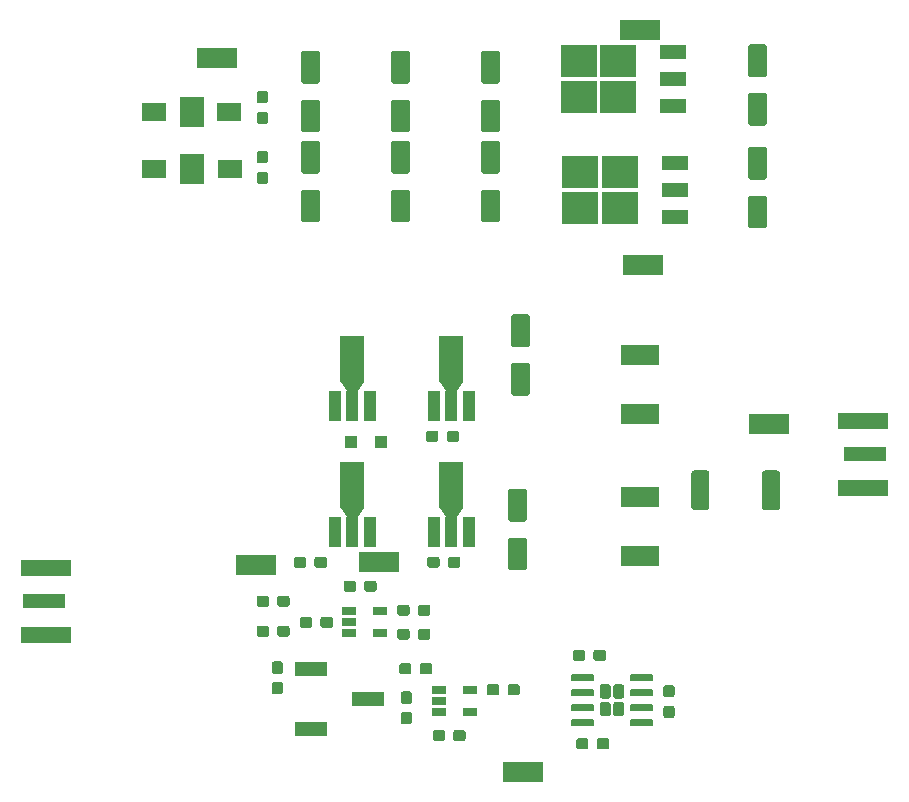
<source format=gtp>
G04 #@! TF.GenerationSoftware,KiCad,Pcbnew,(5.1.5)-3*
G04 #@! TF.CreationDate,2020-02-06T00:19:04+09:00*
G04 #@! TF.ProjectId,GradientDriver,47726164-6965-46e7-9444-72697665722e,rev?*
G04 #@! TF.SameCoordinates,Original*
G04 #@! TF.FileFunction,Paste,Top*
G04 #@! TF.FilePolarity,Positive*
%FSLAX46Y46*%
G04 Gerber Fmt 4.6, Leading zero omitted, Abs format (unit mm)*
G04 Created by KiCad (PCBNEW (5.1.5)-3) date 2020-02-06 00:19:04*
%MOMM*%
%LPD*%
G04 APERTURE LIST*
%ADD10R,3.600000X1.270000*%
%ADD11R,4.200000X1.350000*%
%ADD12R,3.400000X1.800000*%
%ADD13R,3.200000X1.800000*%
%ADD14R,1.220000X0.650000*%
%ADD15R,1.000000X1.000000*%
%ADD16R,2.790000X1.190000*%
%ADD17C,0.100000*%
%ADD18R,2.000000X4.000000*%
%ADD19R,1.000000X2.500000*%
%ADD20R,2.000000X1.600000*%
%ADD21R,2.000000X2.600000*%
%ADD22R,3.050000X2.750000*%
%ADD23R,2.200000X1.200000*%
G04 APERTURE END LIST*
D10*
X54918000Y-87122000D03*
D11*
X55118000Y-89947000D03*
X55118000Y-84297000D03*
D10*
X124460000Y-74676000D03*
D11*
X124260000Y-71851000D03*
X124260000Y-77501000D03*
D12*
X105410000Y-38735000D03*
X105664000Y-58674000D03*
X69596000Y-41148000D03*
X116332000Y-72136000D03*
X95504000Y-101600000D03*
X83312000Y-83820000D03*
X72898000Y-84074000D03*
D13*
X105410000Y-83312000D03*
X105410000Y-78312000D03*
X105410000Y-71294000D03*
X105410000Y-66294000D03*
D14*
X90948500Y-94617500D03*
X90948500Y-96517500D03*
X88328500Y-96517500D03*
X88328500Y-95567500D03*
X88328500Y-94617500D03*
D15*
X83439000Y-73660000D03*
X80939000Y-73660000D03*
D16*
X77531500Y-92835000D03*
X82361500Y-95375000D03*
X77531500Y-97915000D03*
D17*
G36*
X111027005Y-76050204D02*
G01*
X111051273Y-76053804D01*
X111075072Y-76059765D01*
X111098171Y-76068030D01*
X111120350Y-76078520D01*
X111141393Y-76091132D01*
X111161099Y-76105747D01*
X111179277Y-76122223D01*
X111195753Y-76140401D01*
X111210368Y-76160107D01*
X111222980Y-76181150D01*
X111233470Y-76203329D01*
X111241735Y-76226428D01*
X111247696Y-76250227D01*
X111251296Y-76274495D01*
X111252500Y-76298999D01*
X111252500Y-79149001D01*
X111251296Y-79173505D01*
X111247696Y-79197773D01*
X111241735Y-79221572D01*
X111233470Y-79244671D01*
X111222980Y-79266850D01*
X111210368Y-79287893D01*
X111195753Y-79307599D01*
X111179277Y-79325777D01*
X111161099Y-79342253D01*
X111141393Y-79356868D01*
X111120350Y-79369480D01*
X111098171Y-79379970D01*
X111075072Y-79388235D01*
X111051273Y-79394196D01*
X111027005Y-79397796D01*
X111002501Y-79399000D01*
X109977499Y-79399000D01*
X109952995Y-79397796D01*
X109928727Y-79394196D01*
X109904928Y-79388235D01*
X109881829Y-79379970D01*
X109859650Y-79369480D01*
X109838607Y-79356868D01*
X109818901Y-79342253D01*
X109800723Y-79325777D01*
X109784247Y-79307599D01*
X109769632Y-79287893D01*
X109757020Y-79266850D01*
X109746530Y-79244671D01*
X109738265Y-79221572D01*
X109732304Y-79197773D01*
X109728704Y-79173505D01*
X109727500Y-79149001D01*
X109727500Y-76298999D01*
X109728704Y-76274495D01*
X109732304Y-76250227D01*
X109738265Y-76226428D01*
X109746530Y-76203329D01*
X109757020Y-76181150D01*
X109769632Y-76160107D01*
X109784247Y-76140401D01*
X109800723Y-76122223D01*
X109818901Y-76105747D01*
X109838607Y-76091132D01*
X109859650Y-76078520D01*
X109881829Y-76068030D01*
X109904928Y-76059765D01*
X109928727Y-76053804D01*
X109952995Y-76050204D01*
X109977499Y-76049000D01*
X111002501Y-76049000D01*
X111027005Y-76050204D01*
G37*
G36*
X117002005Y-76050204D02*
G01*
X117026273Y-76053804D01*
X117050072Y-76059765D01*
X117073171Y-76068030D01*
X117095350Y-76078520D01*
X117116393Y-76091132D01*
X117136099Y-76105747D01*
X117154277Y-76122223D01*
X117170753Y-76140401D01*
X117185368Y-76160107D01*
X117197980Y-76181150D01*
X117208470Y-76203329D01*
X117216735Y-76226428D01*
X117222696Y-76250227D01*
X117226296Y-76274495D01*
X117227500Y-76298999D01*
X117227500Y-79149001D01*
X117226296Y-79173505D01*
X117222696Y-79197773D01*
X117216735Y-79221572D01*
X117208470Y-79244671D01*
X117197980Y-79266850D01*
X117185368Y-79287893D01*
X117170753Y-79307599D01*
X117154277Y-79325777D01*
X117136099Y-79342253D01*
X117116393Y-79356868D01*
X117095350Y-79369480D01*
X117073171Y-79379970D01*
X117050072Y-79388235D01*
X117026273Y-79394196D01*
X117002005Y-79397796D01*
X116977501Y-79399000D01*
X115952499Y-79399000D01*
X115927995Y-79397796D01*
X115903727Y-79394196D01*
X115879928Y-79388235D01*
X115856829Y-79379970D01*
X115834650Y-79369480D01*
X115813607Y-79356868D01*
X115793901Y-79342253D01*
X115775723Y-79325777D01*
X115759247Y-79307599D01*
X115744632Y-79287893D01*
X115732020Y-79266850D01*
X115721530Y-79244671D01*
X115713265Y-79221572D01*
X115707304Y-79197773D01*
X115703704Y-79173505D01*
X115702500Y-79149001D01*
X115702500Y-76298999D01*
X115703704Y-76274495D01*
X115707304Y-76250227D01*
X115713265Y-76226428D01*
X115721530Y-76203329D01*
X115732020Y-76181150D01*
X115744632Y-76160107D01*
X115759247Y-76140401D01*
X115775723Y-76122223D01*
X115793901Y-76105747D01*
X115813607Y-76091132D01*
X115834650Y-76078520D01*
X115856829Y-76068030D01*
X115879928Y-76059765D01*
X115903727Y-76053804D01*
X115927995Y-76050204D01*
X115952499Y-76049000D01*
X116977501Y-76049000D01*
X117002005Y-76050204D01*
G37*
G36*
X90408000Y-79243000D02*
G01*
X89908000Y-79993000D01*
X88908000Y-79993000D01*
X88408000Y-79243000D01*
X90408000Y-79243000D01*
G37*
D18*
X89408000Y-77268000D03*
D19*
X90908000Y-81228000D03*
X89408000Y-81228000D03*
X87908000Y-81228000D03*
D17*
G36*
X90408000Y-68575000D02*
G01*
X89908000Y-69325000D01*
X88908000Y-69325000D01*
X88408000Y-68575000D01*
X90408000Y-68575000D01*
G37*
D18*
X89408000Y-66600000D03*
D19*
X90908000Y-70560000D03*
X89408000Y-70560000D03*
X87908000Y-70560000D03*
D17*
G36*
X82026000Y-79243000D02*
G01*
X81526000Y-79993000D01*
X80526000Y-79993000D01*
X80026000Y-79243000D01*
X82026000Y-79243000D01*
G37*
D18*
X81026000Y-77268000D03*
D19*
X82526000Y-81228000D03*
X81026000Y-81228000D03*
X79526000Y-81228000D03*
D17*
G36*
X82026000Y-68575000D02*
G01*
X81526000Y-69325000D01*
X80526000Y-69325000D01*
X80026000Y-68575000D01*
X82026000Y-68575000D01*
G37*
D18*
X81026000Y-66600000D03*
D19*
X82526000Y-70560000D03*
X81026000Y-70560000D03*
X79526000Y-70560000D03*
D17*
G36*
X95570504Y-77607704D02*
G01*
X95594773Y-77611304D01*
X95618571Y-77617265D01*
X95641671Y-77625530D01*
X95663849Y-77636020D01*
X95684893Y-77648633D01*
X95704598Y-77663247D01*
X95722777Y-77679723D01*
X95739253Y-77697902D01*
X95753867Y-77717607D01*
X95766480Y-77738651D01*
X95776970Y-77760829D01*
X95785235Y-77783929D01*
X95791196Y-77807727D01*
X95794796Y-77831996D01*
X95796000Y-77856500D01*
X95796000Y-80131500D01*
X95794796Y-80156004D01*
X95791196Y-80180273D01*
X95785235Y-80204071D01*
X95776970Y-80227171D01*
X95766480Y-80249349D01*
X95753867Y-80270393D01*
X95739253Y-80290098D01*
X95722777Y-80308277D01*
X95704598Y-80324753D01*
X95684893Y-80339367D01*
X95663849Y-80351980D01*
X95641671Y-80362470D01*
X95618571Y-80370735D01*
X95594773Y-80376696D01*
X95570504Y-80380296D01*
X95546000Y-80381500D01*
X94446000Y-80381500D01*
X94421496Y-80380296D01*
X94397227Y-80376696D01*
X94373429Y-80370735D01*
X94350329Y-80362470D01*
X94328151Y-80351980D01*
X94307107Y-80339367D01*
X94287402Y-80324753D01*
X94269223Y-80308277D01*
X94252747Y-80290098D01*
X94238133Y-80270393D01*
X94225520Y-80249349D01*
X94215030Y-80227171D01*
X94206765Y-80204071D01*
X94200804Y-80180273D01*
X94197204Y-80156004D01*
X94196000Y-80131500D01*
X94196000Y-77856500D01*
X94197204Y-77831996D01*
X94200804Y-77807727D01*
X94206765Y-77783929D01*
X94215030Y-77760829D01*
X94225520Y-77738651D01*
X94238133Y-77717607D01*
X94252747Y-77697902D01*
X94269223Y-77679723D01*
X94287402Y-77663247D01*
X94307107Y-77648633D01*
X94328151Y-77636020D01*
X94350329Y-77625530D01*
X94373429Y-77617265D01*
X94397227Y-77611304D01*
X94421496Y-77607704D01*
X94446000Y-77606500D01*
X95546000Y-77606500D01*
X95570504Y-77607704D01*
G37*
G36*
X95570504Y-81732704D02*
G01*
X95594773Y-81736304D01*
X95618571Y-81742265D01*
X95641671Y-81750530D01*
X95663849Y-81761020D01*
X95684893Y-81773633D01*
X95704598Y-81788247D01*
X95722777Y-81804723D01*
X95739253Y-81822902D01*
X95753867Y-81842607D01*
X95766480Y-81863651D01*
X95776970Y-81885829D01*
X95785235Y-81908929D01*
X95791196Y-81932727D01*
X95794796Y-81956996D01*
X95796000Y-81981500D01*
X95796000Y-84256500D01*
X95794796Y-84281004D01*
X95791196Y-84305273D01*
X95785235Y-84329071D01*
X95776970Y-84352171D01*
X95766480Y-84374349D01*
X95753867Y-84395393D01*
X95739253Y-84415098D01*
X95722777Y-84433277D01*
X95704598Y-84449753D01*
X95684893Y-84464367D01*
X95663849Y-84476980D01*
X95641671Y-84487470D01*
X95618571Y-84495735D01*
X95594773Y-84501696D01*
X95570504Y-84505296D01*
X95546000Y-84506500D01*
X94446000Y-84506500D01*
X94421496Y-84505296D01*
X94397227Y-84501696D01*
X94373429Y-84495735D01*
X94350329Y-84487470D01*
X94328151Y-84476980D01*
X94307107Y-84464367D01*
X94287402Y-84449753D01*
X94269223Y-84433277D01*
X94252747Y-84415098D01*
X94238133Y-84395393D01*
X94225520Y-84374349D01*
X94215030Y-84352171D01*
X94206765Y-84329071D01*
X94200804Y-84305273D01*
X94197204Y-84281004D01*
X94196000Y-84256500D01*
X94196000Y-81981500D01*
X94197204Y-81956996D01*
X94200804Y-81932727D01*
X94206765Y-81908929D01*
X94215030Y-81885829D01*
X94225520Y-81863651D01*
X94238133Y-81842607D01*
X94252747Y-81822902D01*
X94269223Y-81804723D01*
X94287402Y-81788247D01*
X94307107Y-81773633D01*
X94328151Y-81761020D01*
X94350329Y-81750530D01*
X94373429Y-81742265D01*
X94397227Y-81736304D01*
X94421496Y-81732704D01*
X94446000Y-81731500D01*
X95546000Y-81731500D01*
X95570504Y-81732704D01*
G37*
G36*
X102545779Y-98713144D02*
G01*
X102568834Y-98716563D01*
X102591443Y-98722227D01*
X102613387Y-98730079D01*
X102634457Y-98740044D01*
X102654448Y-98752026D01*
X102673168Y-98765910D01*
X102690438Y-98781562D01*
X102706090Y-98798832D01*
X102719974Y-98817552D01*
X102731956Y-98837543D01*
X102741921Y-98858613D01*
X102749773Y-98880557D01*
X102755437Y-98903166D01*
X102758856Y-98926221D01*
X102760000Y-98949500D01*
X102760000Y-99424500D01*
X102758856Y-99447779D01*
X102755437Y-99470834D01*
X102749773Y-99493443D01*
X102741921Y-99515387D01*
X102731956Y-99536457D01*
X102719974Y-99556448D01*
X102706090Y-99575168D01*
X102690438Y-99592438D01*
X102673168Y-99608090D01*
X102654448Y-99621974D01*
X102634457Y-99633956D01*
X102613387Y-99643921D01*
X102591443Y-99651773D01*
X102568834Y-99657437D01*
X102545779Y-99660856D01*
X102522500Y-99662000D01*
X101947500Y-99662000D01*
X101924221Y-99660856D01*
X101901166Y-99657437D01*
X101878557Y-99651773D01*
X101856613Y-99643921D01*
X101835543Y-99633956D01*
X101815552Y-99621974D01*
X101796832Y-99608090D01*
X101779562Y-99592438D01*
X101763910Y-99575168D01*
X101750026Y-99556448D01*
X101738044Y-99536457D01*
X101728079Y-99515387D01*
X101720227Y-99493443D01*
X101714563Y-99470834D01*
X101711144Y-99447779D01*
X101710000Y-99424500D01*
X101710000Y-98949500D01*
X101711144Y-98926221D01*
X101714563Y-98903166D01*
X101720227Y-98880557D01*
X101728079Y-98858613D01*
X101738044Y-98837543D01*
X101750026Y-98817552D01*
X101763910Y-98798832D01*
X101779562Y-98781562D01*
X101796832Y-98765910D01*
X101815552Y-98752026D01*
X101835543Y-98740044D01*
X101856613Y-98730079D01*
X101878557Y-98722227D01*
X101901166Y-98716563D01*
X101924221Y-98713144D01*
X101947500Y-98712000D01*
X102522500Y-98712000D01*
X102545779Y-98713144D01*
G37*
G36*
X100795779Y-98713144D02*
G01*
X100818834Y-98716563D01*
X100841443Y-98722227D01*
X100863387Y-98730079D01*
X100884457Y-98740044D01*
X100904448Y-98752026D01*
X100923168Y-98765910D01*
X100940438Y-98781562D01*
X100956090Y-98798832D01*
X100969974Y-98817552D01*
X100981956Y-98837543D01*
X100991921Y-98858613D01*
X100999773Y-98880557D01*
X101005437Y-98903166D01*
X101008856Y-98926221D01*
X101010000Y-98949500D01*
X101010000Y-99424500D01*
X101008856Y-99447779D01*
X101005437Y-99470834D01*
X100999773Y-99493443D01*
X100991921Y-99515387D01*
X100981956Y-99536457D01*
X100969974Y-99556448D01*
X100956090Y-99575168D01*
X100940438Y-99592438D01*
X100923168Y-99608090D01*
X100904448Y-99621974D01*
X100884457Y-99633956D01*
X100863387Y-99643921D01*
X100841443Y-99651773D01*
X100818834Y-99657437D01*
X100795779Y-99660856D01*
X100772500Y-99662000D01*
X100197500Y-99662000D01*
X100174221Y-99660856D01*
X100151166Y-99657437D01*
X100128557Y-99651773D01*
X100106613Y-99643921D01*
X100085543Y-99633956D01*
X100065552Y-99621974D01*
X100046832Y-99608090D01*
X100029562Y-99592438D01*
X100013910Y-99575168D01*
X100000026Y-99556448D01*
X99988044Y-99536457D01*
X99978079Y-99515387D01*
X99970227Y-99493443D01*
X99964563Y-99470834D01*
X99961144Y-99447779D01*
X99960000Y-99424500D01*
X99960000Y-98949500D01*
X99961144Y-98926221D01*
X99964563Y-98903166D01*
X99970227Y-98880557D01*
X99978079Y-98858613D01*
X99988044Y-98837543D01*
X100000026Y-98817552D01*
X100013910Y-98798832D01*
X100029562Y-98781562D01*
X100046832Y-98765910D01*
X100065552Y-98752026D01*
X100085543Y-98740044D01*
X100106613Y-98730079D01*
X100128557Y-98722227D01*
X100151166Y-98716563D01*
X100174221Y-98713144D01*
X100197500Y-98712000D01*
X100772500Y-98712000D01*
X100795779Y-98713144D01*
G37*
G36*
X102263779Y-91220144D02*
G01*
X102286834Y-91223563D01*
X102309443Y-91229227D01*
X102331387Y-91237079D01*
X102352457Y-91247044D01*
X102372448Y-91259026D01*
X102391168Y-91272910D01*
X102408438Y-91288562D01*
X102424090Y-91305832D01*
X102437974Y-91324552D01*
X102449956Y-91344543D01*
X102459921Y-91365613D01*
X102467773Y-91387557D01*
X102473437Y-91410166D01*
X102476856Y-91433221D01*
X102478000Y-91456500D01*
X102478000Y-91931500D01*
X102476856Y-91954779D01*
X102473437Y-91977834D01*
X102467773Y-92000443D01*
X102459921Y-92022387D01*
X102449956Y-92043457D01*
X102437974Y-92063448D01*
X102424090Y-92082168D01*
X102408438Y-92099438D01*
X102391168Y-92115090D01*
X102372448Y-92128974D01*
X102352457Y-92140956D01*
X102331387Y-92150921D01*
X102309443Y-92158773D01*
X102286834Y-92164437D01*
X102263779Y-92167856D01*
X102240500Y-92169000D01*
X101665500Y-92169000D01*
X101642221Y-92167856D01*
X101619166Y-92164437D01*
X101596557Y-92158773D01*
X101574613Y-92150921D01*
X101553543Y-92140956D01*
X101533552Y-92128974D01*
X101514832Y-92115090D01*
X101497562Y-92099438D01*
X101481910Y-92082168D01*
X101468026Y-92063448D01*
X101456044Y-92043457D01*
X101446079Y-92022387D01*
X101438227Y-92000443D01*
X101432563Y-91977834D01*
X101429144Y-91954779D01*
X101428000Y-91931500D01*
X101428000Y-91456500D01*
X101429144Y-91433221D01*
X101432563Y-91410166D01*
X101438227Y-91387557D01*
X101446079Y-91365613D01*
X101456044Y-91344543D01*
X101468026Y-91324552D01*
X101481910Y-91305832D01*
X101497562Y-91288562D01*
X101514832Y-91272910D01*
X101533552Y-91259026D01*
X101553543Y-91247044D01*
X101574613Y-91237079D01*
X101596557Y-91229227D01*
X101619166Y-91223563D01*
X101642221Y-91220144D01*
X101665500Y-91219000D01*
X102240500Y-91219000D01*
X102263779Y-91220144D01*
G37*
G36*
X100513779Y-91220144D02*
G01*
X100536834Y-91223563D01*
X100559443Y-91229227D01*
X100581387Y-91237079D01*
X100602457Y-91247044D01*
X100622448Y-91259026D01*
X100641168Y-91272910D01*
X100658438Y-91288562D01*
X100674090Y-91305832D01*
X100687974Y-91324552D01*
X100699956Y-91344543D01*
X100709921Y-91365613D01*
X100717773Y-91387557D01*
X100723437Y-91410166D01*
X100726856Y-91433221D01*
X100728000Y-91456500D01*
X100728000Y-91931500D01*
X100726856Y-91954779D01*
X100723437Y-91977834D01*
X100717773Y-92000443D01*
X100709921Y-92022387D01*
X100699956Y-92043457D01*
X100687974Y-92063448D01*
X100674090Y-92082168D01*
X100658438Y-92099438D01*
X100641168Y-92115090D01*
X100622448Y-92128974D01*
X100602457Y-92140956D01*
X100581387Y-92150921D01*
X100559443Y-92158773D01*
X100536834Y-92164437D01*
X100513779Y-92167856D01*
X100490500Y-92169000D01*
X99915500Y-92169000D01*
X99892221Y-92167856D01*
X99869166Y-92164437D01*
X99846557Y-92158773D01*
X99824613Y-92150921D01*
X99803543Y-92140956D01*
X99783552Y-92128974D01*
X99764832Y-92115090D01*
X99747562Y-92099438D01*
X99731910Y-92082168D01*
X99718026Y-92063448D01*
X99706044Y-92043457D01*
X99696079Y-92022387D01*
X99688227Y-92000443D01*
X99682563Y-91977834D01*
X99679144Y-91954779D01*
X99678000Y-91931500D01*
X99678000Y-91456500D01*
X99679144Y-91433221D01*
X99682563Y-91410166D01*
X99688227Y-91387557D01*
X99696079Y-91365613D01*
X99706044Y-91344543D01*
X99718026Y-91324552D01*
X99731910Y-91305832D01*
X99747562Y-91288562D01*
X99764832Y-91272910D01*
X99783552Y-91259026D01*
X99803543Y-91247044D01*
X99824613Y-91237079D01*
X99846557Y-91229227D01*
X99869166Y-91223563D01*
X99892221Y-91220144D01*
X99915500Y-91219000D01*
X100490500Y-91219000D01*
X100513779Y-91220144D01*
G37*
G36*
X108083779Y-95968144D02*
G01*
X108106834Y-95971563D01*
X108129443Y-95977227D01*
X108151387Y-95985079D01*
X108172457Y-95995044D01*
X108192448Y-96007026D01*
X108211168Y-96020910D01*
X108228438Y-96036562D01*
X108244090Y-96053832D01*
X108257974Y-96072552D01*
X108269956Y-96092543D01*
X108279921Y-96113613D01*
X108287773Y-96135557D01*
X108293437Y-96158166D01*
X108296856Y-96181221D01*
X108298000Y-96204500D01*
X108298000Y-96779500D01*
X108296856Y-96802779D01*
X108293437Y-96825834D01*
X108287773Y-96848443D01*
X108279921Y-96870387D01*
X108269956Y-96891457D01*
X108257974Y-96911448D01*
X108244090Y-96930168D01*
X108228438Y-96947438D01*
X108211168Y-96963090D01*
X108192448Y-96976974D01*
X108172457Y-96988956D01*
X108151387Y-96998921D01*
X108129443Y-97006773D01*
X108106834Y-97012437D01*
X108083779Y-97015856D01*
X108060500Y-97017000D01*
X107585500Y-97017000D01*
X107562221Y-97015856D01*
X107539166Y-97012437D01*
X107516557Y-97006773D01*
X107494613Y-96998921D01*
X107473543Y-96988956D01*
X107453552Y-96976974D01*
X107434832Y-96963090D01*
X107417562Y-96947438D01*
X107401910Y-96930168D01*
X107388026Y-96911448D01*
X107376044Y-96891457D01*
X107366079Y-96870387D01*
X107358227Y-96848443D01*
X107352563Y-96825834D01*
X107349144Y-96802779D01*
X107348000Y-96779500D01*
X107348000Y-96204500D01*
X107349144Y-96181221D01*
X107352563Y-96158166D01*
X107358227Y-96135557D01*
X107366079Y-96113613D01*
X107376044Y-96092543D01*
X107388026Y-96072552D01*
X107401910Y-96053832D01*
X107417562Y-96036562D01*
X107434832Y-96020910D01*
X107453552Y-96007026D01*
X107473543Y-95995044D01*
X107494613Y-95985079D01*
X107516557Y-95977227D01*
X107539166Y-95971563D01*
X107562221Y-95968144D01*
X107585500Y-95967000D01*
X108060500Y-95967000D01*
X108083779Y-95968144D01*
G37*
G36*
X108083779Y-94218144D02*
G01*
X108106834Y-94221563D01*
X108129443Y-94227227D01*
X108151387Y-94235079D01*
X108172457Y-94245044D01*
X108192448Y-94257026D01*
X108211168Y-94270910D01*
X108228438Y-94286562D01*
X108244090Y-94303832D01*
X108257974Y-94322552D01*
X108269956Y-94342543D01*
X108279921Y-94363613D01*
X108287773Y-94385557D01*
X108293437Y-94408166D01*
X108296856Y-94431221D01*
X108298000Y-94454500D01*
X108298000Y-95029500D01*
X108296856Y-95052779D01*
X108293437Y-95075834D01*
X108287773Y-95098443D01*
X108279921Y-95120387D01*
X108269956Y-95141457D01*
X108257974Y-95161448D01*
X108244090Y-95180168D01*
X108228438Y-95197438D01*
X108211168Y-95213090D01*
X108192448Y-95226974D01*
X108172457Y-95238956D01*
X108151387Y-95248921D01*
X108129443Y-95256773D01*
X108106834Y-95262437D01*
X108083779Y-95265856D01*
X108060500Y-95267000D01*
X107585500Y-95267000D01*
X107562221Y-95265856D01*
X107539166Y-95262437D01*
X107516557Y-95256773D01*
X107494613Y-95248921D01*
X107473543Y-95238956D01*
X107453552Y-95226974D01*
X107434832Y-95213090D01*
X107417562Y-95197438D01*
X107401910Y-95180168D01*
X107388026Y-95161448D01*
X107376044Y-95141457D01*
X107366079Y-95120387D01*
X107358227Y-95098443D01*
X107352563Y-95075834D01*
X107349144Y-95052779D01*
X107348000Y-95029500D01*
X107348000Y-94454500D01*
X107349144Y-94431221D01*
X107352563Y-94408166D01*
X107358227Y-94385557D01*
X107366079Y-94363613D01*
X107376044Y-94342543D01*
X107388026Y-94322552D01*
X107401910Y-94303832D01*
X107417562Y-94286562D01*
X107434832Y-94270910D01*
X107453552Y-94257026D01*
X107473543Y-94245044D01*
X107494613Y-94235079D01*
X107516557Y-94227227D01*
X107539166Y-94221563D01*
X107562221Y-94218144D01*
X107585500Y-94217000D01*
X108060500Y-94217000D01*
X108083779Y-94218144D01*
G37*
G36*
X103819544Y-95650108D02*
G01*
X103841871Y-95653419D01*
X103863765Y-95658904D01*
X103885017Y-95666508D01*
X103905421Y-95676158D01*
X103924781Y-95687762D01*
X103942910Y-95701208D01*
X103959635Y-95716365D01*
X103974792Y-95733090D01*
X103988238Y-95751219D01*
X103999842Y-95770579D01*
X104009492Y-95790983D01*
X104017096Y-95812235D01*
X104022581Y-95834129D01*
X104025892Y-95856456D01*
X104027000Y-95879000D01*
X104027000Y-96629000D01*
X104025892Y-96651544D01*
X104022581Y-96673871D01*
X104017096Y-96695765D01*
X104009492Y-96717017D01*
X103999842Y-96737421D01*
X103988238Y-96756781D01*
X103974792Y-96774910D01*
X103959635Y-96791635D01*
X103942910Y-96806792D01*
X103924781Y-96820238D01*
X103905421Y-96831842D01*
X103885017Y-96841492D01*
X103863765Y-96849096D01*
X103841871Y-96854581D01*
X103819544Y-96857892D01*
X103797000Y-96859000D01*
X103337000Y-96859000D01*
X103314456Y-96857892D01*
X103292129Y-96854581D01*
X103270235Y-96849096D01*
X103248983Y-96841492D01*
X103228579Y-96831842D01*
X103209219Y-96820238D01*
X103191090Y-96806792D01*
X103174365Y-96791635D01*
X103159208Y-96774910D01*
X103145762Y-96756781D01*
X103134158Y-96737421D01*
X103124508Y-96717017D01*
X103116904Y-96695765D01*
X103111419Y-96673871D01*
X103108108Y-96651544D01*
X103107000Y-96629000D01*
X103107000Y-95879000D01*
X103108108Y-95856456D01*
X103111419Y-95834129D01*
X103116904Y-95812235D01*
X103124508Y-95790983D01*
X103134158Y-95770579D01*
X103145762Y-95751219D01*
X103159208Y-95733090D01*
X103174365Y-95716365D01*
X103191090Y-95701208D01*
X103209219Y-95687762D01*
X103228579Y-95676158D01*
X103248983Y-95666508D01*
X103270235Y-95658904D01*
X103292129Y-95653419D01*
X103314456Y-95650108D01*
X103337000Y-95649000D01*
X103797000Y-95649000D01*
X103819544Y-95650108D01*
G37*
G36*
X103819544Y-94150108D02*
G01*
X103841871Y-94153419D01*
X103863765Y-94158904D01*
X103885017Y-94166508D01*
X103905421Y-94176158D01*
X103924781Y-94187762D01*
X103942910Y-94201208D01*
X103959635Y-94216365D01*
X103974792Y-94233090D01*
X103988238Y-94251219D01*
X103999842Y-94270579D01*
X104009492Y-94290983D01*
X104017096Y-94312235D01*
X104022581Y-94334129D01*
X104025892Y-94356456D01*
X104027000Y-94379000D01*
X104027000Y-95129000D01*
X104025892Y-95151544D01*
X104022581Y-95173871D01*
X104017096Y-95195765D01*
X104009492Y-95217017D01*
X103999842Y-95237421D01*
X103988238Y-95256781D01*
X103974792Y-95274910D01*
X103959635Y-95291635D01*
X103942910Y-95306792D01*
X103924781Y-95320238D01*
X103905421Y-95331842D01*
X103885017Y-95341492D01*
X103863765Y-95349096D01*
X103841871Y-95354581D01*
X103819544Y-95357892D01*
X103797000Y-95359000D01*
X103337000Y-95359000D01*
X103314456Y-95357892D01*
X103292129Y-95354581D01*
X103270235Y-95349096D01*
X103248983Y-95341492D01*
X103228579Y-95331842D01*
X103209219Y-95320238D01*
X103191090Y-95306792D01*
X103174365Y-95291635D01*
X103159208Y-95274910D01*
X103145762Y-95256781D01*
X103134158Y-95237421D01*
X103124508Y-95217017D01*
X103116904Y-95195765D01*
X103111419Y-95173871D01*
X103108108Y-95151544D01*
X103107000Y-95129000D01*
X103107000Y-94379000D01*
X103108108Y-94356456D01*
X103111419Y-94334129D01*
X103116904Y-94312235D01*
X103124508Y-94290983D01*
X103134158Y-94270579D01*
X103145762Y-94251219D01*
X103159208Y-94233090D01*
X103174365Y-94216365D01*
X103191090Y-94201208D01*
X103209219Y-94187762D01*
X103228579Y-94176158D01*
X103248983Y-94166508D01*
X103270235Y-94158904D01*
X103292129Y-94153419D01*
X103314456Y-94150108D01*
X103337000Y-94149000D01*
X103797000Y-94149000D01*
X103819544Y-94150108D01*
G37*
G36*
X102679544Y-95650108D02*
G01*
X102701871Y-95653419D01*
X102723765Y-95658904D01*
X102745017Y-95666508D01*
X102765421Y-95676158D01*
X102784781Y-95687762D01*
X102802910Y-95701208D01*
X102819635Y-95716365D01*
X102834792Y-95733090D01*
X102848238Y-95751219D01*
X102859842Y-95770579D01*
X102869492Y-95790983D01*
X102877096Y-95812235D01*
X102882581Y-95834129D01*
X102885892Y-95856456D01*
X102887000Y-95879000D01*
X102887000Y-96629000D01*
X102885892Y-96651544D01*
X102882581Y-96673871D01*
X102877096Y-96695765D01*
X102869492Y-96717017D01*
X102859842Y-96737421D01*
X102848238Y-96756781D01*
X102834792Y-96774910D01*
X102819635Y-96791635D01*
X102802910Y-96806792D01*
X102784781Y-96820238D01*
X102765421Y-96831842D01*
X102745017Y-96841492D01*
X102723765Y-96849096D01*
X102701871Y-96854581D01*
X102679544Y-96857892D01*
X102657000Y-96859000D01*
X102197000Y-96859000D01*
X102174456Y-96857892D01*
X102152129Y-96854581D01*
X102130235Y-96849096D01*
X102108983Y-96841492D01*
X102088579Y-96831842D01*
X102069219Y-96820238D01*
X102051090Y-96806792D01*
X102034365Y-96791635D01*
X102019208Y-96774910D01*
X102005762Y-96756781D01*
X101994158Y-96737421D01*
X101984508Y-96717017D01*
X101976904Y-96695765D01*
X101971419Y-96673871D01*
X101968108Y-96651544D01*
X101967000Y-96629000D01*
X101967000Y-95879000D01*
X101968108Y-95856456D01*
X101971419Y-95834129D01*
X101976904Y-95812235D01*
X101984508Y-95790983D01*
X101994158Y-95770579D01*
X102005762Y-95751219D01*
X102019208Y-95733090D01*
X102034365Y-95716365D01*
X102051090Y-95701208D01*
X102069219Y-95687762D01*
X102088579Y-95676158D01*
X102108983Y-95666508D01*
X102130235Y-95658904D01*
X102152129Y-95653419D01*
X102174456Y-95650108D01*
X102197000Y-95649000D01*
X102657000Y-95649000D01*
X102679544Y-95650108D01*
G37*
G36*
X102679544Y-94150108D02*
G01*
X102701871Y-94153419D01*
X102723765Y-94158904D01*
X102745017Y-94166508D01*
X102765421Y-94176158D01*
X102784781Y-94187762D01*
X102802910Y-94201208D01*
X102819635Y-94216365D01*
X102834792Y-94233090D01*
X102848238Y-94251219D01*
X102859842Y-94270579D01*
X102869492Y-94290983D01*
X102877096Y-94312235D01*
X102882581Y-94334129D01*
X102885892Y-94356456D01*
X102887000Y-94379000D01*
X102887000Y-95129000D01*
X102885892Y-95151544D01*
X102882581Y-95173871D01*
X102877096Y-95195765D01*
X102869492Y-95217017D01*
X102859842Y-95237421D01*
X102848238Y-95256781D01*
X102834792Y-95274910D01*
X102819635Y-95291635D01*
X102802910Y-95306792D01*
X102784781Y-95320238D01*
X102765421Y-95331842D01*
X102745017Y-95341492D01*
X102723765Y-95349096D01*
X102701871Y-95354581D01*
X102679544Y-95357892D01*
X102657000Y-95359000D01*
X102197000Y-95359000D01*
X102174456Y-95357892D01*
X102152129Y-95354581D01*
X102130235Y-95349096D01*
X102108983Y-95341492D01*
X102088579Y-95331842D01*
X102069219Y-95320238D01*
X102051090Y-95306792D01*
X102034365Y-95291635D01*
X102019208Y-95274910D01*
X102005762Y-95256781D01*
X101994158Y-95237421D01*
X101984508Y-95217017D01*
X101976904Y-95195765D01*
X101971419Y-95173871D01*
X101968108Y-95151544D01*
X101967000Y-95129000D01*
X101967000Y-94379000D01*
X101968108Y-94356456D01*
X101971419Y-94334129D01*
X101976904Y-94312235D01*
X101984508Y-94290983D01*
X101994158Y-94270579D01*
X102005762Y-94251219D01*
X102019208Y-94233090D01*
X102034365Y-94216365D01*
X102051090Y-94201208D01*
X102069219Y-94187762D01*
X102088579Y-94176158D01*
X102108983Y-94166508D01*
X102130235Y-94158904D01*
X102152129Y-94153419D01*
X102174456Y-94150108D01*
X102197000Y-94149000D01*
X102657000Y-94149000D01*
X102679544Y-94150108D01*
G37*
G36*
X106311703Y-97109722D02*
G01*
X106326264Y-97111882D01*
X106340543Y-97115459D01*
X106354403Y-97120418D01*
X106367710Y-97126712D01*
X106380336Y-97134280D01*
X106392159Y-97143048D01*
X106403066Y-97152934D01*
X106412952Y-97163841D01*
X106421720Y-97175664D01*
X106429288Y-97188290D01*
X106435582Y-97201597D01*
X106440541Y-97215457D01*
X106444118Y-97229736D01*
X106446278Y-97244297D01*
X106447000Y-97259000D01*
X106447000Y-97559000D01*
X106446278Y-97573703D01*
X106444118Y-97588264D01*
X106440541Y-97602543D01*
X106435582Y-97616403D01*
X106429288Y-97629710D01*
X106421720Y-97642336D01*
X106412952Y-97654159D01*
X106403066Y-97665066D01*
X106392159Y-97674952D01*
X106380336Y-97683720D01*
X106367710Y-97691288D01*
X106354403Y-97697582D01*
X106340543Y-97702541D01*
X106326264Y-97706118D01*
X106311703Y-97708278D01*
X106297000Y-97709000D01*
X104647000Y-97709000D01*
X104632297Y-97708278D01*
X104617736Y-97706118D01*
X104603457Y-97702541D01*
X104589597Y-97697582D01*
X104576290Y-97691288D01*
X104563664Y-97683720D01*
X104551841Y-97674952D01*
X104540934Y-97665066D01*
X104531048Y-97654159D01*
X104522280Y-97642336D01*
X104514712Y-97629710D01*
X104508418Y-97616403D01*
X104503459Y-97602543D01*
X104499882Y-97588264D01*
X104497722Y-97573703D01*
X104497000Y-97559000D01*
X104497000Y-97259000D01*
X104497722Y-97244297D01*
X104499882Y-97229736D01*
X104503459Y-97215457D01*
X104508418Y-97201597D01*
X104514712Y-97188290D01*
X104522280Y-97175664D01*
X104531048Y-97163841D01*
X104540934Y-97152934D01*
X104551841Y-97143048D01*
X104563664Y-97134280D01*
X104576290Y-97126712D01*
X104589597Y-97120418D01*
X104603457Y-97115459D01*
X104617736Y-97111882D01*
X104632297Y-97109722D01*
X104647000Y-97109000D01*
X106297000Y-97109000D01*
X106311703Y-97109722D01*
G37*
G36*
X106311703Y-95839722D02*
G01*
X106326264Y-95841882D01*
X106340543Y-95845459D01*
X106354403Y-95850418D01*
X106367710Y-95856712D01*
X106380336Y-95864280D01*
X106392159Y-95873048D01*
X106403066Y-95882934D01*
X106412952Y-95893841D01*
X106421720Y-95905664D01*
X106429288Y-95918290D01*
X106435582Y-95931597D01*
X106440541Y-95945457D01*
X106444118Y-95959736D01*
X106446278Y-95974297D01*
X106447000Y-95989000D01*
X106447000Y-96289000D01*
X106446278Y-96303703D01*
X106444118Y-96318264D01*
X106440541Y-96332543D01*
X106435582Y-96346403D01*
X106429288Y-96359710D01*
X106421720Y-96372336D01*
X106412952Y-96384159D01*
X106403066Y-96395066D01*
X106392159Y-96404952D01*
X106380336Y-96413720D01*
X106367710Y-96421288D01*
X106354403Y-96427582D01*
X106340543Y-96432541D01*
X106326264Y-96436118D01*
X106311703Y-96438278D01*
X106297000Y-96439000D01*
X104647000Y-96439000D01*
X104632297Y-96438278D01*
X104617736Y-96436118D01*
X104603457Y-96432541D01*
X104589597Y-96427582D01*
X104576290Y-96421288D01*
X104563664Y-96413720D01*
X104551841Y-96404952D01*
X104540934Y-96395066D01*
X104531048Y-96384159D01*
X104522280Y-96372336D01*
X104514712Y-96359710D01*
X104508418Y-96346403D01*
X104503459Y-96332543D01*
X104499882Y-96318264D01*
X104497722Y-96303703D01*
X104497000Y-96289000D01*
X104497000Y-95989000D01*
X104497722Y-95974297D01*
X104499882Y-95959736D01*
X104503459Y-95945457D01*
X104508418Y-95931597D01*
X104514712Y-95918290D01*
X104522280Y-95905664D01*
X104531048Y-95893841D01*
X104540934Y-95882934D01*
X104551841Y-95873048D01*
X104563664Y-95864280D01*
X104576290Y-95856712D01*
X104589597Y-95850418D01*
X104603457Y-95845459D01*
X104617736Y-95841882D01*
X104632297Y-95839722D01*
X104647000Y-95839000D01*
X106297000Y-95839000D01*
X106311703Y-95839722D01*
G37*
G36*
X106311703Y-94569722D02*
G01*
X106326264Y-94571882D01*
X106340543Y-94575459D01*
X106354403Y-94580418D01*
X106367710Y-94586712D01*
X106380336Y-94594280D01*
X106392159Y-94603048D01*
X106403066Y-94612934D01*
X106412952Y-94623841D01*
X106421720Y-94635664D01*
X106429288Y-94648290D01*
X106435582Y-94661597D01*
X106440541Y-94675457D01*
X106444118Y-94689736D01*
X106446278Y-94704297D01*
X106447000Y-94719000D01*
X106447000Y-95019000D01*
X106446278Y-95033703D01*
X106444118Y-95048264D01*
X106440541Y-95062543D01*
X106435582Y-95076403D01*
X106429288Y-95089710D01*
X106421720Y-95102336D01*
X106412952Y-95114159D01*
X106403066Y-95125066D01*
X106392159Y-95134952D01*
X106380336Y-95143720D01*
X106367710Y-95151288D01*
X106354403Y-95157582D01*
X106340543Y-95162541D01*
X106326264Y-95166118D01*
X106311703Y-95168278D01*
X106297000Y-95169000D01*
X104647000Y-95169000D01*
X104632297Y-95168278D01*
X104617736Y-95166118D01*
X104603457Y-95162541D01*
X104589597Y-95157582D01*
X104576290Y-95151288D01*
X104563664Y-95143720D01*
X104551841Y-95134952D01*
X104540934Y-95125066D01*
X104531048Y-95114159D01*
X104522280Y-95102336D01*
X104514712Y-95089710D01*
X104508418Y-95076403D01*
X104503459Y-95062543D01*
X104499882Y-95048264D01*
X104497722Y-95033703D01*
X104497000Y-95019000D01*
X104497000Y-94719000D01*
X104497722Y-94704297D01*
X104499882Y-94689736D01*
X104503459Y-94675457D01*
X104508418Y-94661597D01*
X104514712Y-94648290D01*
X104522280Y-94635664D01*
X104531048Y-94623841D01*
X104540934Y-94612934D01*
X104551841Y-94603048D01*
X104563664Y-94594280D01*
X104576290Y-94586712D01*
X104589597Y-94580418D01*
X104603457Y-94575459D01*
X104617736Y-94571882D01*
X104632297Y-94569722D01*
X104647000Y-94569000D01*
X106297000Y-94569000D01*
X106311703Y-94569722D01*
G37*
G36*
X106311703Y-93299722D02*
G01*
X106326264Y-93301882D01*
X106340543Y-93305459D01*
X106354403Y-93310418D01*
X106367710Y-93316712D01*
X106380336Y-93324280D01*
X106392159Y-93333048D01*
X106403066Y-93342934D01*
X106412952Y-93353841D01*
X106421720Y-93365664D01*
X106429288Y-93378290D01*
X106435582Y-93391597D01*
X106440541Y-93405457D01*
X106444118Y-93419736D01*
X106446278Y-93434297D01*
X106447000Y-93449000D01*
X106447000Y-93749000D01*
X106446278Y-93763703D01*
X106444118Y-93778264D01*
X106440541Y-93792543D01*
X106435582Y-93806403D01*
X106429288Y-93819710D01*
X106421720Y-93832336D01*
X106412952Y-93844159D01*
X106403066Y-93855066D01*
X106392159Y-93864952D01*
X106380336Y-93873720D01*
X106367710Y-93881288D01*
X106354403Y-93887582D01*
X106340543Y-93892541D01*
X106326264Y-93896118D01*
X106311703Y-93898278D01*
X106297000Y-93899000D01*
X104647000Y-93899000D01*
X104632297Y-93898278D01*
X104617736Y-93896118D01*
X104603457Y-93892541D01*
X104589597Y-93887582D01*
X104576290Y-93881288D01*
X104563664Y-93873720D01*
X104551841Y-93864952D01*
X104540934Y-93855066D01*
X104531048Y-93844159D01*
X104522280Y-93832336D01*
X104514712Y-93819710D01*
X104508418Y-93806403D01*
X104503459Y-93792543D01*
X104499882Y-93778264D01*
X104497722Y-93763703D01*
X104497000Y-93749000D01*
X104497000Y-93449000D01*
X104497722Y-93434297D01*
X104499882Y-93419736D01*
X104503459Y-93405457D01*
X104508418Y-93391597D01*
X104514712Y-93378290D01*
X104522280Y-93365664D01*
X104531048Y-93353841D01*
X104540934Y-93342934D01*
X104551841Y-93333048D01*
X104563664Y-93324280D01*
X104576290Y-93316712D01*
X104589597Y-93310418D01*
X104603457Y-93305459D01*
X104617736Y-93301882D01*
X104632297Y-93299722D01*
X104647000Y-93299000D01*
X106297000Y-93299000D01*
X106311703Y-93299722D01*
G37*
G36*
X101361703Y-93299722D02*
G01*
X101376264Y-93301882D01*
X101390543Y-93305459D01*
X101404403Y-93310418D01*
X101417710Y-93316712D01*
X101430336Y-93324280D01*
X101442159Y-93333048D01*
X101453066Y-93342934D01*
X101462952Y-93353841D01*
X101471720Y-93365664D01*
X101479288Y-93378290D01*
X101485582Y-93391597D01*
X101490541Y-93405457D01*
X101494118Y-93419736D01*
X101496278Y-93434297D01*
X101497000Y-93449000D01*
X101497000Y-93749000D01*
X101496278Y-93763703D01*
X101494118Y-93778264D01*
X101490541Y-93792543D01*
X101485582Y-93806403D01*
X101479288Y-93819710D01*
X101471720Y-93832336D01*
X101462952Y-93844159D01*
X101453066Y-93855066D01*
X101442159Y-93864952D01*
X101430336Y-93873720D01*
X101417710Y-93881288D01*
X101404403Y-93887582D01*
X101390543Y-93892541D01*
X101376264Y-93896118D01*
X101361703Y-93898278D01*
X101347000Y-93899000D01*
X99697000Y-93899000D01*
X99682297Y-93898278D01*
X99667736Y-93896118D01*
X99653457Y-93892541D01*
X99639597Y-93887582D01*
X99626290Y-93881288D01*
X99613664Y-93873720D01*
X99601841Y-93864952D01*
X99590934Y-93855066D01*
X99581048Y-93844159D01*
X99572280Y-93832336D01*
X99564712Y-93819710D01*
X99558418Y-93806403D01*
X99553459Y-93792543D01*
X99549882Y-93778264D01*
X99547722Y-93763703D01*
X99547000Y-93749000D01*
X99547000Y-93449000D01*
X99547722Y-93434297D01*
X99549882Y-93419736D01*
X99553459Y-93405457D01*
X99558418Y-93391597D01*
X99564712Y-93378290D01*
X99572280Y-93365664D01*
X99581048Y-93353841D01*
X99590934Y-93342934D01*
X99601841Y-93333048D01*
X99613664Y-93324280D01*
X99626290Y-93316712D01*
X99639597Y-93310418D01*
X99653457Y-93305459D01*
X99667736Y-93301882D01*
X99682297Y-93299722D01*
X99697000Y-93299000D01*
X101347000Y-93299000D01*
X101361703Y-93299722D01*
G37*
G36*
X101361703Y-94569722D02*
G01*
X101376264Y-94571882D01*
X101390543Y-94575459D01*
X101404403Y-94580418D01*
X101417710Y-94586712D01*
X101430336Y-94594280D01*
X101442159Y-94603048D01*
X101453066Y-94612934D01*
X101462952Y-94623841D01*
X101471720Y-94635664D01*
X101479288Y-94648290D01*
X101485582Y-94661597D01*
X101490541Y-94675457D01*
X101494118Y-94689736D01*
X101496278Y-94704297D01*
X101497000Y-94719000D01*
X101497000Y-95019000D01*
X101496278Y-95033703D01*
X101494118Y-95048264D01*
X101490541Y-95062543D01*
X101485582Y-95076403D01*
X101479288Y-95089710D01*
X101471720Y-95102336D01*
X101462952Y-95114159D01*
X101453066Y-95125066D01*
X101442159Y-95134952D01*
X101430336Y-95143720D01*
X101417710Y-95151288D01*
X101404403Y-95157582D01*
X101390543Y-95162541D01*
X101376264Y-95166118D01*
X101361703Y-95168278D01*
X101347000Y-95169000D01*
X99697000Y-95169000D01*
X99682297Y-95168278D01*
X99667736Y-95166118D01*
X99653457Y-95162541D01*
X99639597Y-95157582D01*
X99626290Y-95151288D01*
X99613664Y-95143720D01*
X99601841Y-95134952D01*
X99590934Y-95125066D01*
X99581048Y-95114159D01*
X99572280Y-95102336D01*
X99564712Y-95089710D01*
X99558418Y-95076403D01*
X99553459Y-95062543D01*
X99549882Y-95048264D01*
X99547722Y-95033703D01*
X99547000Y-95019000D01*
X99547000Y-94719000D01*
X99547722Y-94704297D01*
X99549882Y-94689736D01*
X99553459Y-94675457D01*
X99558418Y-94661597D01*
X99564712Y-94648290D01*
X99572280Y-94635664D01*
X99581048Y-94623841D01*
X99590934Y-94612934D01*
X99601841Y-94603048D01*
X99613664Y-94594280D01*
X99626290Y-94586712D01*
X99639597Y-94580418D01*
X99653457Y-94575459D01*
X99667736Y-94571882D01*
X99682297Y-94569722D01*
X99697000Y-94569000D01*
X101347000Y-94569000D01*
X101361703Y-94569722D01*
G37*
G36*
X101361703Y-95839722D02*
G01*
X101376264Y-95841882D01*
X101390543Y-95845459D01*
X101404403Y-95850418D01*
X101417710Y-95856712D01*
X101430336Y-95864280D01*
X101442159Y-95873048D01*
X101453066Y-95882934D01*
X101462952Y-95893841D01*
X101471720Y-95905664D01*
X101479288Y-95918290D01*
X101485582Y-95931597D01*
X101490541Y-95945457D01*
X101494118Y-95959736D01*
X101496278Y-95974297D01*
X101497000Y-95989000D01*
X101497000Y-96289000D01*
X101496278Y-96303703D01*
X101494118Y-96318264D01*
X101490541Y-96332543D01*
X101485582Y-96346403D01*
X101479288Y-96359710D01*
X101471720Y-96372336D01*
X101462952Y-96384159D01*
X101453066Y-96395066D01*
X101442159Y-96404952D01*
X101430336Y-96413720D01*
X101417710Y-96421288D01*
X101404403Y-96427582D01*
X101390543Y-96432541D01*
X101376264Y-96436118D01*
X101361703Y-96438278D01*
X101347000Y-96439000D01*
X99697000Y-96439000D01*
X99682297Y-96438278D01*
X99667736Y-96436118D01*
X99653457Y-96432541D01*
X99639597Y-96427582D01*
X99626290Y-96421288D01*
X99613664Y-96413720D01*
X99601841Y-96404952D01*
X99590934Y-96395066D01*
X99581048Y-96384159D01*
X99572280Y-96372336D01*
X99564712Y-96359710D01*
X99558418Y-96346403D01*
X99553459Y-96332543D01*
X99549882Y-96318264D01*
X99547722Y-96303703D01*
X99547000Y-96289000D01*
X99547000Y-95989000D01*
X99547722Y-95974297D01*
X99549882Y-95959736D01*
X99553459Y-95945457D01*
X99558418Y-95931597D01*
X99564712Y-95918290D01*
X99572280Y-95905664D01*
X99581048Y-95893841D01*
X99590934Y-95882934D01*
X99601841Y-95873048D01*
X99613664Y-95864280D01*
X99626290Y-95856712D01*
X99639597Y-95850418D01*
X99653457Y-95845459D01*
X99667736Y-95841882D01*
X99682297Y-95839722D01*
X99697000Y-95839000D01*
X101347000Y-95839000D01*
X101361703Y-95839722D01*
G37*
G36*
X101361703Y-97109722D02*
G01*
X101376264Y-97111882D01*
X101390543Y-97115459D01*
X101404403Y-97120418D01*
X101417710Y-97126712D01*
X101430336Y-97134280D01*
X101442159Y-97143048D01*
X101453066Y-97152934D01*
X101462952Y-97163841D01*
X101471720Y-97175664D01*
X101479288Y-97188290D01*
X101485582Y-97201597D01*
X101490541Y-97215457D01*
X101494118Y-97229736D01*
X101496278Y-97244297D01*
X101497000Y-97259000D01*
X101497000Y-97559000D01*
X101496278Y-97573703D01*
X101494118Y-97588264D01*
X101490541Y-97602543D01*
X101485582Y-97616403D01*
X101479288Y-97629710D01*
X101471720Y-97642336D01*
X101462952Y-97654159D01*
X101453066Y-97665066D01*
X101442159Y-97674952D01*
X101430336Y-97683720D01*
X101417710Y-97691288D01*
X101404403Y-97697582D01*
X101390543Y-97702541D01*
X101376264Y-97706118D01*
X101361703Y-97708278D01*
X101347000Y-97709000D01*
X99697000Y-97709000D01*
X99682297Y-97708278D01*
X99667736Y-97706118D01*
X99653457Y-97702541D01*
X99639597Y-97697582D01*
X99626290Y-97691288D01*
X99613664Y-97683720D01*
X99601841Y-97674952D01*
X99590934Y-97665066D01*
X99581048Y-97654159D01*
X99572280Y-97642336D01*
X99564712Y-97629710D01*
X99558418Y-97616403D01*
X99553459Y-97602543D01*
X99549882Y-97588264D01*
X99547722Y-97573703D01*
X99547000Y-97559000D01*
X99547000Y-97259000D01*
X99547722Y-97244297D01*
X99549882Y-97229736D01*
X99553459Y-97215457D01*
X99558418Y-97201597D01*
X99564712Y-97188290D01*
X99572280Y-97175664D01*
X99581048Y-97163841D01*
X99590934Y-97152934D01*
X99601841Y-97143048D01*
X99613664Y-97134280D01*
X99626290Y-97126712D01*
X99639597Y-97120418D01*
X99653457Y-97115459D01*
X99667736Y-97111882D01*
X99682297Y-97109722D01*
X99697000Y-97109000D01*
X101347000Y-97109000D01*
X101361703Y-97109722D01*
G37*
G36*
X88639279Y-98014644D02*
G01*
X88662334Y-98018063D01*
X88684943Y-98023727D01*
X88706887Y-98031579D01*
X88727957Y-98041544D01*
X88747948Y-98053526D01*
X88766668Y-98067410D01*
X88783938Y-98083062D01*
X88799590Y-98100332D01*
X88813474Y-98119052D01*
X88825456Y-98139043D01*
X88835421Y-98160113D01*
X88843273Y-98182057D01*
X88848937Y-98204666D01*
X88852356Y-98227721D01*
X88853500Y-98251000D01*
X88853500Y-98726000D01*
X88852356Y-98749279D01*
X88848937Y-98772334D01*
X88843273Y-98794943D01*
X88835421Y-98816887D01*
X88825456Y-98837957D01*
X88813474Y-98857948D01*
X88799590Y-98876668D01*
X88783938Y-98893938D01*
X88766668Y-98909590D01*
X88747948Y-98923474D01*
X88727957Y-98935456D01*
X88706887Y-98945421D01*
X88684943Y-98953273D01*
X88662334Y-98958937D01*
X88639279Y-98962356D01*
X88616000Y-98963500D01*
X88041000Y-98963500D01*
X88017721Y-98962356D01*
X87994666Y-98958937D01*
X87972057Y-98953273D01*
X87950113Y-98945421D01*
X87929043Y-98935456D01*
X87909052Y-98923474D01*
X87890332Y-98909590D01*
X87873062Y-98893938D01*
X87857410Y-98876668D01*
X87843526Y-98857948D01*
X87831544Y-98837957D01*
X87821579Y-98816887D01*
X87813727Y-98794943D01*
X87808063Y-98772334D01*
X87804644Y-98749279D01*
X87803500Y-98726000D01*
X87803500Y-98251000D01*
X87804644Y-98227721D01*
X87808063Y-98204666D01*
X87813727Y-98182057D01*
X87821579Y-98160113D01*
X87831544Y-98139043D01*
X87843526Y-98119052D01*
X87857410Y-98100332D01*
X87873062Y-98083062D01*
X87890332Y-98067410D01*
X87909052Y-98053526D01*
X87929043Y-98041544D01*
X87950113Y-98031579D01*
X87972057Y-98023727D01*
X87994666Y-98018063D01*
X88017721Y-98014644D01*
X88041000Y-98013500D01*
X88616000Y-98013500D01*
X88639279Y-98014644D01*
G37*
G36*
X90389279Y-98014644D02*
G01*
X90412334Y-98018063D01*
X90434943Y-98023727D01*
X90456887Y-98031579D01*
X90477957Y-98041544D01*
X90497948Y-98053526D01*
X90516668Y-98067410D01*
X90533938Y-98083062D01*
X90549590Y-98100332D01*
X90563474Y-98119052D01*
X90575456Y-98139043D01*
X90585421Y-98160113D01*
X90593273Y-98182057D01*
X90598937Y-98204666D01*
X90602356Y-98227721D01*
X90603500Y-98251000D01*
X90603500Y-98726000D01*
X90602356Y-98749279D01*
X90598937Y-98772334D01*
X90593273Y-98794943D01*
X90585421Y-98816887D01*
X90575456Y-98837957D01*
X90563474Y-98857948D01*
X90549590Y-98876668D01*
X90533938Y-98893938D01*
X90516668Y-98909590D01*
X90497948Y-98923474D01*
X90477957Y-98935456D01*
X90456887Y-98945421D01*
X90434943Y-98953273D01*
X90412334Y-98958937D01*
X90389279Y-98962356D01*
X90366000Y-98963500D01*
X89791000Y-98963500D01*
X89767721Y-98962356D01*
X89744666Y-98958937D01*
X89722057Y-98953273D01*
X89700113Y-98945421D01*
X89679043Y-98935456D01*
X89659052Y-98923474D01*
X89640332Y-98909590D01*
X89623062Y-98893938D01*
X89607410Y-98876668D01*
X89593526Y-98857948D01*
X89581544Y-98837957D01*
X89571579Y-98816887D01*
X89563727Y-98794943D01*
X89558063Y-98772334D01*
X89554644Y-98749279D01*
X89553500Y-98726000D01*
X89553500Y-98251000D01*
X89554644Y-98227721D01*
X89558063Y-98204666D01*
X89563727Y-98182057D01*
X89571579Y-98160113D01*
X89581544Y-98139043D01*
X89593526Y-98119052D01*
X89607410Y-98100332D01*
X89623062Y-98083062D01*
X89640332Y-98067410D01*
X89659052Y-98053526D01*
X89679043Y-98041544D01*
X89700113Y-98031579D01*
X89722057Y-98023727D01*
X89744666Y-98018063D01*
X89767721Y-98014644D01*
X89791000Y-98013500D01*
X90366000Y-98013500D01*
X90389279Y-98014644D01*
G37*
D20*
X64212000Y-45720000D03*
X70612000Y-45720000D03*
D21*
X67412000Y-45720000D03*
D20*
X64262000Y-50546000D03*
X70662000Y-50546000D03*
D21*
X67462000Y-50546000D03*
D17*
G36*
X75494779Y-89188144D02*
G01*
X75517834Y-89191563D01*
X75540443Y-89197227D01*
X75562387Y-89205079D01*
X75583457Y-89215044D01*
X75603448Y-89227026D01*
X75622168Y-89240910D01*
X75639438Y-89256562D01*
X75655090Y-89273832D01*
X75668974Y-89292552D01*
X75680956Y-89312543D01*
X75690921Y-89333613D01*
X75698773Y-89355557D01*
X75704437Y-89378166D01*
X75707856Y-89401221D01*
X75709000Y-89424500D01*
X75709000Y-89899500D01*
X75707856Y-89922779D01*
X75704437Y-89945834D01*
X75698773Y-89968443D01*
X75690921Y-89990387D01*
X75680956Y-90011457D01*
X75668974Y-90031448D01*
X75655090Y-90050168D01*
X75639438Y-90067438D01*
X75622168Y-90083090D01*
X75603448Y-90096974D01*
X75583457Y-90108956D01*
X75562387Y-90118921D01*
X75540443Y-90126773D01*
X75517834Y-90132437D01*
X75494779Y-90135856D01*
X75471500Y-90137000D01*
X74896500Y-90137000D01*
X74873221Y-90135856D01*
X74850166Y-90132437D01*
X74827557Y-90126773D01*
X74805613Y-90118921D01*
X74784543Y-90108956D01*
X74764552Y-90096974D01*
X74745832Y-90083090D01*
X74728562Y-90067438D01*
X74712910Y-90050168D01*
X74699026Y-90031448D01*
X74687044Y-90011457D01*
X74677079Y-89990387D01*
X74669227Y-89968443D01*
X74663563Y-89945834D01*
X74660144Y-89922779D01*
X74659000Y-89899500D01*
X74659000Y-89424500D01*
X74660144Y-89401221D01*
X74663563Y-89378166D01*
X74669227Y-89355557D01*
X74677079Y-89333613D01*
X74687044Y-89312543D01*
X74699026Y-89292552D01*
X74712910Y-89273832D01*
X74728562Y-89256562D01*
X74745832Y-89240910D01*
X74764552Y-89227026D01*
X74784543Y-89215044D01*
X74805613Y-89205079D01*
X74827557Y-89197227D01*
X74850166Y-89191563D01*
X74873221Y-89188144D01*
X74896500Y-89187000D01*
X75471500Y-89187000D01*
X75494779Y-89188144D01*
G37*
G36*
X73744779Y-89188144D02*
G01*
X73767834Y-89191563D01*
X73790443Y-89197227D01*
X73812387Y-89205079D01*
X73833457Y-89215044D01*
X73853448Y-89227026D01*
X73872168Y-89240910D01*
X73889438Y-89256562D01*
X73905090Y-89273832D01*
X73918974Y-89292552D01*
X73930956Y-89312543D01*
X73940921Y-89333613D01*
X73948773Y-89355557D01*
X73954437Y-89378166D01*
X73957856Y-89401221D01*
X73959000Y-89424500D01*
X73959000Y-89899500D01*
X73957856Y-89922779D01*
X73954437Y-89945834D01*
X73948773Y-89968443D01*
X73940921Y-89990387D01*
X73930956Y-90011457D01*
X73918974Y-90031448D01*
X73905090Y-90050168D01*
X73889438Y-90067438D01*
X73872168Y-90083090D01*
X73853448Y-90096974D01*
X73833457Y-90108956D01*
X73812387Y-90118921D01*
X73790443Y-90126773D01*
X73767834Y-90132437D01*
X73744779Y-90135856D01*
X73721500Y-90137000D01*
X73146500Y-90137000D01*
X73123221Y-90135856D01*
X73100166Y-90132437D01*
X73077557Y-90126773D01*
X73055613Y-90118921D01*
X73034543Y-90108956D01*
X73014552Y-90096974D01*
X72995832Y-90083090D01*
X72978562Y-90067438D01*
X72962910Y-90050168D01*
X72949026Y-90031448D01*
X72937044Y-90011457D01*
X72927079Y-89990387D01*
X72919227Y-89968443D01*
X72913563Y-89945834D01*
X72910144Y-89922779D01*
X72909000Y-89899500D01*
X72909000Y-89424500D01*
X72910144Y-89401221D01*
X72913563Y-89378166D01*
X72919227Y-89355557D01*
X72927079Y-89333613D01*
X72937044Y-89312543D01*
X72949026Y-89292552D01*
X72962910Y-89273832D01*
X72978562Y-89256562D01*
X72995832Y-89240910D01*
X73014552Y-89227026D01*
X73034543Y-89215044D01*
X73055613Y-89205079D01*
X73077557Y-89197227D01*
X73100166Y-89191563D01*
X73123221Y-89188144D01*
X73146500Y-89187000D01*
X73721500Y-89187000D01*
X73744779Y-89188144D01*
G37*
G36*
X81110779Y-85378144D02*
G01*
X81133834Y-85381563D01*
X81156443Y-85387227D01*
X81178387Y-85395079D01*
X81199457Y-85405044D01*
X81219448Y-85417026D01*
X81238168Y-85430910D01*
X81255438Y-85446562D01*
X81271090Y-85463832D01*
X81284974Y-85482552D01*
X81296956Y-85502543D01*
X81306921Y-85523613D01*
X81314773Y-85545557D01*
X81320437Y-85568166D01*
X81323856Y-85591221D01*
X81325000Y-85614500D01*
X81325000Y-86089500D01*
X81323856Y-86112779D01*
X81320437Y-86135834D01*
X81314773Y-86158443D01*
X81306921Y-86180387D01*
X81296956Y-86201457D01*
X81284974Y-86221448D01*
X81271090Y-86240168D01*
X81255438Y-86257438D01*
X81238168Y-86273090D01*
X81219448Y-86286974D01*
X81199457Y-86298956D01*
X81178387Y-86308921D01*
X81156443Y-86316773D01*
X81133834Y-86322437D01*
X81110779Y-86325856D01*
X81087500Y-86327000D01*
X80512500Y-86327000D01*
X80489221Y-86325856D01*
X80466166Y-86322437D01*
X80443557Y-86316773D01*
X80421613Y-86308921D01*
X80400543Y-86298956D01*
X80380552Y-86286974D01*
X80361832Y-86273090D01*
X80344562Y-86257438D01*
X80328910Y-86240168D01*
X80315026Y-86221448D01*
X80303044Y-86201457D01*
X80293079Y-86180387D01*
X80285227Y-86158443D01*
X80279563Y-86135834D01*
X80276144Y-86112779D01*
X80275000Y-86089500D01*
X80275000Y-85614500D01*
X80276144Y-85591221D01*
X80279563Y-85568166D01*
X80285227Y-85545557D01*
X80293079Y-85523613D01*
X80303044Y-85502543D01*
X80315026Y-85482552D01*
X80328910Y-85463832D01*
X80344562Y-85446562D01*
X80361832Y-85430910D01*
X80380552Y-85417026D01*
X80400543Y-85405044D01*
X80421613Y-85395079D01*
X80443557Y-85387227D01*
X80466166Y-85381563D01*
X80489221Y-85378144D01*
X80512500Y-85377000D01*
X81087500Y-85377000D01*
X81110779Y-85378144D01*
G37*
G36*
X82860779Y-85378144D02*
G01*
X82883834Y-85381563D01*
X82906443Y-85387227D01*
X82928387Y-85395079D01*
X82949457Y-85405044D01*
X82969448Y-85417026D01*
X82988168Y-85430910D01*
X83005438Y-85446562D01*
X83021090Y-85463832D01*
X83034974Y-85482552D01*
X83046956Y-85502543D01*
X83056921Y-85523613D01*
X83064773Y-85545557D01*
X83070437Y-85568166D01*
X83073856Y-85591221D01*
X83075000Y-85614500D01*
X83075000Y-86089500D01*
X83073856Y-86112779D01*
X83070437Y-86135834D01*
X83064773Y-86158443D01*
X83056921Y-86180387D01*
X83046956Y-86201457D01*
X83034974Y-86221448D01*
X83021090Y-86240168D01*
X83005438Y-86257438D01*
X82988168Y-86273090D01*
X82969448Y-86286974D01*
X82949457Y-86298956D01*
X82928387Y-86308921D01*
X82906443Y-86316773D01*
X82883834Y-86322437D01*
X82860779Y-86325856D01*
X82837500Y-86327000D01*
X82262500Y-86327000D01*
X82239221Y-86325856D01*
X82216166Y-86322437D01*
X82193557Y-86316773D01*
X82171613Y-86308921D01*
X82150543Y-86298956D01*
X82130552Y-86286974D01*
X82111832Y-86273090D01*
X82094562Y-86257438D01*
X82078910Y-86240168D01*
X82065026Y-86221448D01*
X82053044Y-86201457D01*
X82043079Y-86180387D01*
X82035227Y-86158443D01*
X82029563Y-86135834D01*
X82026144Y-86112779D01*
X82025000Y-86089500D01*
X82025000Y-85614500D01*
X82026144Y-85591221D01*
X82029563Y-85568166D01*
X82035227Y-85545557D01*
X82043079Y-85523613D01*
X82053044Y-85502543D01*
X82065026Y-85482552D01*
X82078910Y-85463832D01*
X82094562Y-85446562D01*
X82111832Y-85430910D01*
X82130552Y-85417026D01*
X82150543Y-85405044D01*
X82171613Y-85395079D01*
X82193557Y-85387227D01*
X82216166Y-85381563D01*
X82239221Y-85378144D01*
X82262500Y-85377000D01*
X82837500Y-85377000D01*
X82860779Y-85378144D01*
G37*
G36*
X78044504Y-52268704D02*
G01*
X78068773Y-52272304D01*
X78092571Y-52278265D01*
X78115671Y-52286530D01*
X78137849Y-52297020D01*
X78158893Y-52309633D01*
X78178598Y-52324247D01*
X78196777Y-52340723D01*
X78213253Y-52358902D01*
X78227867Y-52378607D01*
X78240480Y-52399651D01*
X78250970Y-52421829D01*
X78259235Y-52444929D01*
X78265196Y-52468727D01*
X78268796Y-52492996D01*
X78270000Y-52517500D01*
X78270000Y-54792500D01*
X78268796Y-54817004D01*
X78265196Y-54841273D01*
X78259235Y-54865071D01*
X78250970Y-54888171D01*
X78240480Y-54910349D01*
X78227867Y-54931393D01*
X78213253Y-54951098D01*
X78196777Y-54969277D01*
X78178598Y-54985753D01*
X78158893Y-55000367D01*
X78137849Y-55012980D01*
X78115671Y-55023470D01*
X78092571Y-55031735D01*
X78068773Y-55037696D01*
X78044504Y-55041296D01*
X78020000Y-55042500D01*
X76920000Y-55042500D01*
X76895496Y-55041296D01*
X76871227Y-55037696D01*
X76847429Y-55031735D01*
X76824329Y-55023470D01*
X76802151Y-55012980D01*
X76781107Y-55000367D01*
X76761402Y-54985753D01*
X76743223Y-54969277D01*
X76726747Y-54951098D01*
X76712133Y-54931393D01*
X76699520Y-54910349D01*
X76689030Y-54888171D01*
X76680765Y-54865071D01*
X76674804Y-54841273D01*
X76671204Y-54817004D01*
X76670000Y-54792500D01*
X76670000Y-52517500D01*
X76671204Y-52492996D01*
X76674804Y-52468727D01*
X76680765Y-52444929D01*
X76689030Y-52421829D01*
X76699520Y-52399651D01*
X76712133Y-52378607D01*
X76726747Y-52358902D01*
X76743223Y-52340723D01*
X76761402Y-52324247D01*
X76781107Y-52309633D01*
X76802151Y-52297020D01*
X76824329Y-52286530D01*
X76847429Y-52278265D01*
X76871227Y-52272304D01*
X76895496Y-52268704D01*
X76920000Y-52267500D01*
X78020000Y-52267500D01*
X78044504Y-52268704D01*
G37*
G36*
X78044504Y-48143704D02*
G01*
X78068773Y-48147304D01*
X78092571Y-48153265D01*
X78115671Y-48161530D01*
X78137849Y-48172020D01*
X78158893Y-48184633D01*
X78178598Y-48199247D01*
X78196777Y-48215723D01*
X78213253Y-48233902D01*
X78227867Y-48253607D01*
X78240480Y-48274651D01*
X78250970Y-48296829D01*
X78259235Y-48319929D01*
X78265196Y-48343727D01*
X78268796Y-48367996D01*
X78270000Y-48392500D01*
X78270000Y-50667500D01*
X78268796Y-50692004D01*
X78265196Y-50716273D01*
X78259235Y-50740071D01*
X78250970Y-50763171D01*
X78240480Y-50785349D01*
X78227867Y-50806393D01*
X78213253Y-50826098D01*
X78196777Y-50844277D01*
X78178598Y-50860753D01*
X78158893Y-50875367D01*
X78137849Y-50887980D01*
X78115671Y-50898470D01*
X78092571Y-50906735D01*
X78068773Y-50912696D01*
X78044504Y-50916296D01*
X78020000Y-50917500D01*
X76920000Y-50917500D01*
X76895496Y-50916296D01*
X76871227Y-50912696D01*
X76847429Y-50906735D01*
X76824329Y-50898470D01*
X76802151Y-50887980D01*
X76781107Y-50875367D01*
X76761402Y-50860753D01*
X76743223Y-50844277D01*
X76726747Y-50826098D01*
X76712133Y-50806393D01*
X76699520Y-50785349D01*
X76689030Y-50763171D01*
X76680765Y-50740071D01*
X76674804Y-50716273D01*
X76671204Y-50692004D01*
X76670000Y-50667500D01*
X76670000Y-48392500D01*
X76671204Y-48367996D01*
X76674804Y-48343727D01*
X76680765Y-48319929D01*
X76689030Y-48296829D01*
X76699520Y-48274651D01*
X76712133Y-48253607D01*
X76726747Y-48233902D01*
X76743223Y-48215723D01*
X76761402Y-48199247D01*
X76781107Y-48184633D01*
X76802151Y-48172020D01*
X76824329Y-48161530D01*
X76847429Y-48153265D01*
X76871227Y-48147304D01*
X76895496Y-48143704D01*
X76920000Y-48142500D01*
X78020000Y-48142500D01*
X78044504Y-48143704D01*
G37*
G36*
X78044504Y-40523704D02*
G01*
X78068773Y-40527304D01*
X78092571Y-40533265D01*
X78115671Y-40541530D01*
X78137849Y-40552020D01*
X78158893Y-40564633D01*
X78178598Y-40579247D01*
X78196777Y-40595723D01*
X78213253Y-40613902D01*
X78227867Y-40633607D01*
X78240480Y-40654651D01*
X78250970Y-40676829D01*
X78259235Y-40699929D01*
X78265196Y-40723727D01*
X78268796Y-40747996D01*
X78270000Y-40772500D01*
X78270000Y-43047500D01*
X78268796Y-43072004D01*
X78265196Y-43096273D01*
X78259235Y-43120071D01*
X78250970Y-43143171D01*
X78240480Y-43165349D01*
X78227867Y-43186393D01*
X78213253Y-43206098D01*
X78196777Y-43224277D01*
X78178598Y-43240753D01*
X78158893Y-43255367D01*
X78137849Y-43267980D01*
X78115671Y-43278470D01*
X78092571Y-43286735D01*
X78068773Y-43292696D01*
X78044504Y-43296296D01*
X78020000Y-43297500D01*
X76920000Y-43297500D01*
X76895496Y-43296296D01*
X76871227Y-43292696D01*
X76847429Y-43286735D01*
X76824329Y-43278470D01*
X76802151Y-43267980D01*
X76781107Y-43255367D01*
X76761402Y-43240753D01*
X76743223Y-43224277D01*
X76726747Y-43206098D01*
X76712133Y-43186393D01*
X76699520Y-43165349D01*
X76689030Y-43143171D01*
X76680765Y-43120071D01*
X76674804Y-43096273D01*
X76671204Y-43072004D01*
X76670000Y-43047500D01*
X76670000Y-40772500D01*
X76671204Y-40747996D01*
X76674804Y-40723727D01*
X76680765Y-40699929D01*
X76689030Y-40676829D01*
X76699520Y-40654651D01*
X76712133Y-40633607D01*
X76726747Y-40613902D01*
X76743223Y-40595723D01*
X76761402Y-40579247D01*
X76781107Y-40564633D01*
X76802151Y-40552020D01*
X76824329Y-40541530D01*
X76847429Y-40533265D01*
X76871227Y-40527304D01*
X76895496Y-40523704D01*
X76920000Y-40522500D01*
X78020000Y-40522500D01*
X78044504Y-40523704D01*
G37*
G36*
X78044504Y-44648704D02*
G01*
X78068773Y-44652304D01*
X78092571Y-44658265D01*
X78115671Y-44666530D01*
X78137849Y-44677020D01*
X78158893Y-44689633D01*
X78178598Y-44704247D01*
X78196777Y-44720723D01*
X78213253Y-44738902D01*
X78227867Y-44758607D01*
X78240480Y-44779651D01*
X78250970Y-44801829D01*
X78259235Y-44824929D01*
X78265196Y-44848727D01*
X78268796Y-44872996D01*
X78270000Y-44897500D01*
X78270000Y-47172500D01*
X78268796Y-47197004D01*
X78265196Y-47221273D01*
X78259235Y-47245071D01*
X78250970Y-47268171D01*
X78240480Y-47290349D01*
X78227867Y-47311393D01*
X78213253Y-47331098D01*
X78196777Y-47349277D01*
X78178598Y-47365753D01*
X78158893Y-47380367D01*
X78137849Y-47392980D01*
X78115671Y-47403470D01*
X78092571Y-47411735D01*
X78068773Y-47417696D01*
X78044504Y-47421296D01*
X78020000Y-47422500D01*
X76920000Y-47422500D01*
X76895496Y-47421296D01*
X76871227Y-47417696D01*
X76847429Y-47411735D01*
X76824329Y-47403470D01*
X76802151Y-47392980D01*
X76781107Y-47380367D01*
X76761402Y-47365753D01*
X76743223Y-47349277D01*
X76726747Y-47331098D01*
X76712133Y-47311393D01*
X76699520Y-47290349D01*
X76689030Y-47268171D01*
X76680765Y-47245071D01*
X76674804Y-47221273D01*
X76671204Y-47197004D01*
X76670000Y-47172500D01*
X76670000Y-44897500D01*
X76671204Y-44872996D01*
X76674804Y-44848727D01*
X76680765Y-44824929D01*
X76689030Y-44801829D01*
X76699520Y-44779651D01*
X76712133Y-44758607D01*
X76726747Y-44738902D01*
X76743223Y-44720723D01*
X76761402Y-44704247D01*
X76781107Y-44689633D01*
X76802151Y-44677020D01*
X76824329Y-44666530D01*
X76847429Y-44658265D01*
X76871227Y-44652304D01*
X76895496Y-44648704D01*
X76920000Y-44647500D01*
X78020000Y-44647500D01*
X78044504Y-44648704D01*
G37*
G36*
X85664504Y-48143704D02*
G01*
X85688773Y-48147304D01*
X85712571Y-48153265D01*
X85735671Y-48161530D01*
X85757849Y-48172020D01*
X85778893Y-48184633D01*
X85798598Y-48199247D01*
X85816777Y-48215723D01*
X85833253Y-48233902D01*
X85847867Y-48253607D01*
X85860480Y-48274651D01*
X85870970Y-48296829D01*
X85879235Y-48319929D01*
X85885196Y-48343727D01*
X85888796Y-48367996D01*
X85890000Y-48392500D01*
X85890000Y-50667500D01*
X85888796Y-50692004D01*
X85885196Y-50716273D01*
X85879235Y-50740071D01*
X85870970Y-50763171D01*
X85860480Y-50785349D01*
X85847867Y-50806393D01*
X85833253Y-50826098D01*
X85816777Y-50844277D01*
X85798598Y-50860753D01*
X85778893Y-50875367D01*
X85757849Y-50887980D01*
X85735671Y-50898470D01*
X85712571Y-50906735D01*
X85688773Y-50912696D01*
X85664504Y-50916296D01*
X85640000Y-50917500D01*
X84540000Y-50917500D01*
X84515496Y-50916296D01*
X84491227Y-50912696D01*
X84467429Y-50906735D01*
X84444329Y-50898470D01*
X84422151Y-50887980D01*
X84401107Y-50875367D01*
X84381402Y-50860753D01*
X84363223Y-50844277D01*
X84346747Y-50826098D01*
X84332133Y-50806393D01*
X84319520Y-50785349D01*
X84309030Y-50763171D01*
X84300765Y-50740071D01*
X84294804Y-50716273D01*
X84291204Y-50692004D01*
X84290000Y-50667500D01*
X84290000Y-48392500D01*
X84291204Y-48367996D01*
X84294804Y-48343727D01*
X84300765Y-48319929D01*
X84309030Y-48296829D01*
X84319520Y-48274651D01*
X84332133Y-48253607D01*
X84346747Y-48233902D01*
X84363223Y-48215723D01*
X84381402Y-48199247D01*
X84401107Y-48184633D01*
X84422151Y-48172020D01*
X84444329Y-48161530D01*
X84467429Y-48153265D01*
X84491227Y-48147304D01*
X84515496Y-48143704D01*
X84540000Y-48142500D01*
X85640000Y-48142500D01*
X85664504Y-48143704D01*
G37*
G36*
X85664504Y-52268704D02*
G01*
X85688773Y-52272304D01*
X85712571Y-52278265D01*
X85735671Y-52286530D01*
X85757849Y-52297020D01*
X85778893Y-52309633D01*
X85798598Y-52324247D01*
X85816777Y-52340723D01*
X85833253Y-52358902D01*
X85847867Y-52378607D01*
X85860480Y-52399651D01*
X85870970Y-52421829D01*
X85879235Y-52444929D01*
X85885196Y-52468727D01*
X85888796Y-52492996D01*
X85890000Y-52517500D01*
X85890000Y-54792500D01*
X85888796Y-54817004D01*
X85885196Y-54841273D01*
X85879235Y-54865071D01*
X85870970Y-54888171D01*
X85860480Y-54910349D01*
X85847867Y-54931393D01*
X85833253Y-54951098D01*
X85816777Y-54969277D01*
X85798598Y-54985753D01*
X85778893Y-55000367D01*
X85757849Y-55012980D01*
X85735671Y-55023470D01*
X85712571Y-55031735D01*
X85688773Y-55037696D01*
X85664504Y-55041296D01*
X85640000Y-55042500D01*
X84540000Y-55042500D01*
X84515496Y-55041296D01*
X84491227Y-55037696D01*
X84467429Y-55031735D01*
X84444329Y-55023470D01*
X84422151Y-55012980D01*
X84401107Y-55000367D01*
X84381402Y-54985753D01*
X84363223Y-54969277D01*
X84346747Y-54951098D01*
X84332133Y-54931393D01*
X84319520Y-54910349D01*
X84309030Y-54888171D01*
X84300765Y-54865071D01*
X84294804Y-54841273D01*
X84291204Y-54817004D01*
X84290000Y-54792500D01*
X84290000Y-52517500D01*
X84291204Y-52492996D01*
X84294804Y-52468727D01*
X84300765Y-52444929D01*
X84309030Y-52421829D01*
X84319520Y-52399651D01*
X84332133Y-52378607D01*
X84346747Y-52358902D01*
X84363223Y-52340723D01*
X84381402Y-52324247D01*
X84401107Y-52309633D01*
X84422151Y-52297020D01*
X84444329Y-52286530D01*
X84467429Y-52278265D01*
X84491227Y-52272304D01*
X84515496Y-52268704D01*
X84540000Y-52267500D01*
X85640000Y-52267500D01*
X85664504Y-52268704D01*
G37*
G36*
X85664504Y-44648704D02*
G01*
X85688773Y-44652304D01*
X85712571Y-44658265D01*
X85735671Y-44666530D01*
X85757849Y-44677020D01*
X85778893Y-44689633D01*
X85798598Y-44704247D01*
X85816777Y-44720723D01*
X85833253Y-44738902D01*
X85847867Y-44758607D01*
X85860480Y-44779651D01*
X85870970Y-44801829D01*
X85879235Y-44824929D01*
X85885196Y-44848727D01*
X85888796Y-44872996D01*
X85890000Y-44897500D01*
X85890000Y-47172500D01*
X85888796Y-47197004D01*
X85885196Y-47221273D01*
X85879235Y-47245071D01*
X85870970Y-47268171D01*
X85860480Y-47290349D01*
X85847867Y-47311393D01*
X85833253Y-47331098D01*
X85816777Y-47349277D01*
X85798598Y-47365753D01*
X85778893Y-47380367D01*
X85757849Y-47392980D01*
X85735671Y-47403470D01*
X85712571Y-47411735D01*
X85688773Y-47417696D01*
X85664504Y-47421296D01*
X85640000Y-47422500D01*
X84540000Y-47422500D01*
X84515496Y-47421296D01*
X84491227Y-47417696D01*
X84467429Y-47411735D01*
X84444329Y-47403470D01*
X84422151Y-47392980D01*
X84401107Y-47380367D01*
X84381402Y-47365753D01*
X84363223Y-47349277D01*
X84346747Y-47331098D01*
X84332133Y-47311393D01*
X84319520Y-47290349D01*
X84309030Y-47268171D01*
X84300765Y-47245071D01*
X84294804Y-47221273D01*
X84291204Y-47197004D01*
X84290000Y-47172500D01*
X84290000Y-44897500D01*
X84291204Y-44872996D01*
X84294804Y-44848727D01*
X84300765Y-44824929D01*
X84309030Y-44801829D01*
X84319520Y-44779651D01*
X84332133Y-44758607D01*
X84346747Y-44738902D01*
X84363223Y-44720723D01*
X84381402Y-44704247D01*
X84401107Y-44689633D01*
X84422151Y-44677020D01*
X84444329Y-44666530D01*
X84467429Y-44658265D01*
X84491227Y-44652304D01*
X84515496Y-44648704D01*
X84540000Y-44647500D01*
X85640000Y-44647500D01*
X85664504Y-44648704D01*
G37*
G36*
X85664504Y-40523704D02*
G01*
X85688773Y-40527304D01*
X85712571Y-40533265D01*
X85735671Y-40541530D01*
X85757849Y-40552020D01*
X85778893Y-40564633D01*
X85798598Y-40579247D01*
X85816777Y-40595723D01*
X85833253Y-40613902D01*
X85847867Y-40633607D01*
X85860480Y-40654651D01*
X85870970Y-40676829D01*
X85879235Y-40699929D01*
X85885196Y-40723727D01*
X85888796Y-40747996D01*
X85890000Y-40772500D01*
X85890000Y-43047500D01*
X85888796Y-43072004D01*
X85885196Y-43096273D01*
X85879235Y-43120071D01*
X85870970Y-43143171D01*
X85860480Y-43165349D01*
X85847867Y-43186393D01*
X85833253Y-43206098D01*
X85816777Y-43224277D01*
X85798598Y-43240753D01*
X85778893Y-43255367D01*
X85757849Y-43267980D01*
X85735671Y-43278470D01*
X85712571Y-43286735D01*
X85688773Y-43292696D01*
X85664504Y-43296296D01*
X85640000Y-43297500D01*
X84540000Y-43297500D01*
X84515496Y-43296296D01*
X84491227Y-43292696D01*
X84467429Y-43286735D01*
X84444329Y-43278470D01*
X84422151Y-43267980D01*
X84401107Y-43255367D01*
X84381402Y-43240753D01*
X84363223Y-43224277D01*
X84346747Y-43206098D01*
X84332133Y-43186393D01*
X84319520Y-43165349D01*
X84309030Y-43143171D01*
X84300765Y-43120071D01*
X84294804Y-43096273D01*
X84291204Y-43072004D01*
X84290000Y-43047500D01*
X84290000Y-40772500D01*
X84291204Y-40747996D01*
X84294804Y-40723727D01*
X84300765Y-40699929D01*
X84309030Y-40676829D01*
X84319520Y-40654651D01*
X84332133Y-40633607D01*
X84346747Y-40613902D01*
X84363223Y-40595723D01*
X84381402Y-40579247D01*
X84401107Y-40564633D01*
X84422151Y-40552020D01*
X84444329Y-40541530D01*
X84467429Y-40533265D01*
X84491227Y-40527304D01*
X84515496Y-40523704D01*
X84540000Y-40522500D01*
X85640000Y-40522500D01*
X85664504Y-40523704D01*
G37*
G36*
X93284504Y-48143704D02*
G01*
X93308773Y-48147304D01*
X93332571Y-48153265D01*
X93355671Y-48161530D01*
X93377849Y-48172020D01*
X93398893Y-48184633D01*
X93418598Y-48199247D01*
X93436777Y-48215723D01*
X93453253Y-48233902D01*
X93467867Y-48253607D01*
X93480480Y-48274651D01*
X93490970Y-48296829D01*
X93499235Y-48319929D01*
X93505196Y-48343727D01*
X93508796Y-48367996D01*
X93510000Y-48392500D01*
X93510000Y-50667500D01*
X93508796Y-50692004D01*
X93505196Y-50716273D01*
X93499235Y-50740071D01*
X93490970Y-50763171D01*
X93480480Y-50785349D01*
X93467867Y-50806393D01*
X93453253Y-50826098D01*
X93436777Y-50844277D01*
X93418598Y-50860753D01*
X93398893Y-50875367D01*
X93377849Y-50887980D01*
X93355671Y-50898470D01*
X93332571Y-50906735D01*
X93308773Y-50912696D01*
X93284504Y-50916296D01*
X93260000Y-50917500D01*
X92160000Y-50917500D01*
X92135496Y-50916296D01*
X92111227Y-50912696D01*
X92087429Y-50906735D01*
X92064329Y-50898470D01*
X92042151Y-50887980D01*
X92021107Y-50875367D01*
X92001402Y-50860753D01*
X91983223Y-50844277D01*
X91966747Y-50826098D01*
X91952133Y-50806393D01*
X91939520Y-50785349D01*
X91929030Y-50763171D01*
X91920765Y-50740071D01*
X91914804Y-50716273D01*
X91911204Y-50692004D01*
X91910000Y-50667500D01*
X91910000Y-48392500D01*
X91911204Y-48367996D01*
X91914804Y-48343727D01*
X91920765Y-48319929D01*
X91929030Y-48296829D01*
X91939520Y-48274651D01*
X91952133Y-48253607D01*
X91966747Y-48233902D01*
X91983223Y-48215723D01*
X92001402Y-48199247D01*
X92021107Y-48184633D01*
X92042151Y-48172020D01*
X92064329Y-48161530D01*
X92087429Y-48153265D01*
X92111227Y-48147304D01*
X92135496Y-48143704D01*
X92160000Y-48142500D01*
X93260000Y-48142500D01*
X93284504Y-48143704D01*
G37*
G36*
X93284504Y-52268704D02*
G01*
X93308773Y-52272304D01*
X93332571Y-52278265D01*
X93355671Y-52286530D01*
X93377849Y-52297020D01*
X93398893Y-52309633D01*
X93418598Y-52324247D01*
X93436777Y-52340723D01*
X93453253Y-52358902D01*
X93467867Y-52378607D01*
X93480480Y-52399651D01*
X93490970Y-52421829D01*
X93499235Y-52444929D01*
X93505196Y-52468727D01*
X93508796Y-52492996D01*
X93510000Y-52517500D01*
X93510000Y-54792500D01*
X93508796Y-54817004D01*
X93505196Y-54841273D01*
X93499235Y-54865071D01*
X93490970Y-54888171D01*
X93480480Y-54910349D01*
X93467867Y-54931393D01*
X93453253Y-54951098D01*
X93436777Y-54969277D01*
X93418598Y-54985753D01*
X93398893Y-55000367D01*
X93377849Y-55012980D01*
X93355671Y-55023470D01*
X93332571Y-55031735D01*
X93308773Y-55037696D01*
X93284504Y-55041296D01*
X93260000Y-55042500D01*
X92160000Y-55042500D01*
X92135496Y-55041296D01*
X92111227Y-55037696D01*
X92087429Y-55031735D01*
X92064329Y-55023470D01*
X92042151Y-55012980D01*
X92021107Y-55000367D01*
X92001402Y-54985753D01*
X91983223Y-54969277D01*
X91966747Y-54951098D01*
X91952133Y-54931393D01*
X91939520Y-54910349D01*
X91929030Y-54888171D01*
X91920765Y-54865071D01*
X91914804Y-54841273D01*
X91911204Y-54817004D01*
X91910000Y-54792500D01*
X91910000Y-52517500D01*
X91911204Y-52492996D01*
X91914804Y-52468727D01*
X91920765Y-52444929D01*
X91929030Y-52421829D01*
X91939520Y-52399651D01*
X91952133Y-52378607D01*
X91966747Y-52358902D01*
X91983223Y-52340723D01*
X92001402Y-52324247D01*
X92021107Y-52309633D01*
X92042151Y-52297020D01*
X92064329Y-52286530D01*
X92087429Y-52278265D01*
X92111227Y-52272304D01*
X92135496Y-52268704D01*
X92160000Y-52267500D01*
X93260000Y-52267500D01*
X93284504Y-52268704D01*
G37*
G36*
X93284504Y-44648704D02*
G01*
X93308773Y-44652304D01*
X93332571Y-44658265D01*
X93355671Y-44666530D01*
X93377849Y-44677020D01*
X93398893Y-44689633D01*
X93418598Y-44704247D01*
X93436777Y-44720723D01*
X93453253Y-44738902D01*
X93467867Y-44758607D01*
X93480480Y-44779651D01*
X93490970Y-44801829D01*
X93499235Y-44824929D01*
X93505196Y-44848727D01*
X93508796Y-44872996D01*
X93510000Y-44897500D01*
X93510000Y-47172500D01*
X93508796Y-47197004D01*
X93505196Y-47221273D01*
X93499235Y-47245071D01*
X93490970Y-47268171D01*
X93480480Y-47290349D01*
X93467867Y-47311393D01*
X93453253Y-47331098D01*
X93436777Y-47349277D01*
X93418598Y-47365753D01*
X93398893Y-47380367D01*
X93377849Y-47392980D01*
X93355671Y-47403470D01*
X93332571Y-47411735D01*
X93308773Y-47417696D01*
X93284504Y-47421296D01*
X93260000Y-47422500D01*
X92160000Y-47422500D01*
X92135496Y-47421296D01*
X92111227Y-47417696D01*
X92087429Y-47411735D01*
X92064329Y-47403470D01*
X92042151Y-47392980D01*
X92021107Y-47380367D01*
X92001402Y-47365753D01*
X91983223Y-47349277D01*
X91966747Y-47331098D01*
X91952133Y-47311393D01*
X91939520Y-47290349D01*
X91929030Y-47268171D01*
X91920765Y-47245071D01*
X91914804Y-47221273D01*
X91911204Y-47197004D01*
X91910000Y-47172500D01*
X91910000Y-44897500D01*
X91911204Y-44872996D01*
X91914804Y-44848727D01*
X91920765Y-44824929D01*
X91929030Y-44801829D01*
X91939520Y-44779651D01*
X91952133Y-44758607D01*
X91966747Y-44738902D01*
X91983223Y-44720723D01*
X92001402Y-44704247D01*
X92021107Y-44689633D01*
X92042151Y-44677020D01*
X92064329Y-44666530D01*
X92087429Y-44658265D01*
X92111227Y-44652304D01*
X92135496Y-44648704D01*
X92160000Y-44647500D01*
X93260000Y-44647500D01*
X93284504Y-44648704D01*
G37*
G36*
X93284504Y-40523704D02*
G01*
X93308773Y-40527304D01*
X93332571Y-40533265D01*
X93355671Y-40541530D01*
X93377849Y-40552020D01*
X93398893Y-40564633D01*
X93418598Y-40579247D01*
X93436777Y-40595723D01*
X93453253Y-40613902D01*
X93467867Y-40633607D01*
X93480480Y-40654651D01*
X93490970Y-40676829D01*
X93499235Y-40699929D01*
X93505196Y-40723727D01*
X93508796Y-40747996D01*
X93510000Y-40772500D01*
X93510000Y-43047500D01*
X93508796Y-43072004D01*
X93505196Y-43096273D01*
X93499235Y-43120071D01*
X93490970Y-43143171D01*
X93480480Y-43165349D01*
X93467867Y-43186393D01*
X93453253Y-43206098D01*
X93436777Y-43224277D01*
X93418598Y-43240753D01*
X93398893Y-43255367D01*
X93377849Y-43267980D01*
X93355671Y-43278470D01*
X93332571Y-43286735D01*
X93308773Y-43292696D01*
X93284504Y-43296296D01*
X93260000Y-43297500D01*
X92160000Y-43297500D01*
X92135496Y-43296296D01*
X92111227Y-43292696D01*
X92087429Y-43286735D01*
X92064329Y-43278470D01*
X92042151Y-43267980D01*
X92021107Y-43255367D01*
X92001402Y-43240753D01*
X91983223Y-43224277D01*
X91966747Y-43206098D01*
X91952133Y-43186393D01*
X91939520Y-43165349D01*
X91929030Y-43143171D01*
X91920765Y-43120071D01*
X91914804Y-43096273D01*
X91911204Y-43072004D01*
X91910000Y-43047500D01*
X91910000Y-40772500D01*
X91911204Y-40747996D01*
X91914804Y-40723727D01*
X91920765Y-40699929D01*
X91929030Y-40676829D01*
X91939520Y-40654651D01*
X91952133Y-40633607D01*
X91966747Y-40613902D01*
X91983223Y-40595723D01*
X92001402Y-40579247D01*
X92021107Y-40564633D01*
X92042151Y-40552020D01*
X92064329Y-40541530D01*
X92087429Y-40533265D01*
X92111227Y-40527304D01*
X92135496Y-40523704D01*
X92160000Y-40522500D01*
X93260000Y-40522500D01*
X93284504Y-40523704D01*
G37*
G36*
X95824504Y-66939704D02*
G01*
X95848773Y-66943304D01*
X95872571Y-66949265D01*
X95895671Y-66957530D01*
X95917849Y-66968020D01*
X95938893Y-66980633D01*
X95958598Y-66995247D01*
X95976777Y-67011723D01*
X95993253Y-67029902D01*
X96007867Y-67049607D01*
X96020480Y-67070651D01*
X96030970Y-67092829D01*
X96039235Y-67115929D01*
X96045196Y-67139727D01*
X96048796Y-67163996D01*
X96050000Y-67188500D01*
X96050000Y-69463500D01*
X96048796Y-69488004D01*
X96045196Y-69512273D01*
X96039235Y-69536071D01*
X96030970Y-69559171D01*
X96020480Y-69581349D01*
X96007867Y-69602393D01*
X95993253Y-69622098D01*
X95976777Y-69640277D01*
X95958598Y-69656753D01*
X95938893Y-69671367D01*
X95917849Y-69683980D01*
X95895671Y-69694470D01*
X95872571Y-69702735D01*
X95848773Y-69708696D01*
X95824504Y-69712296D01*
X95800000Y-69713500D01*
X94700000Y-69713500D01*
X94675496Y-69712296D01*
X94651227Y-69708696D01*
X94627429Y-69702735D01*
X94604329Y-69694470D01*
X94582151Y-69683980D01*
X94561107Y-69671367D01*
X94541402Y-69656753D01*
X94523223Y-69640277D01*
X94506747Y-69622098D01*
X94492133Y-69602393D01*
X94479520Y-69581349D01*
X94469030Y-69559171D01*
X94460765Y-69536071D01*
X94454804Y-69512273D01*
X94451204Y-69488004D01*
X94450000Y-69463500D01*
X94450000Y-67188500D01*
X94451204Y-67163996D01*
X94454804Y-67139727D01*
X94460765Y-67115929D01*
X94469030Y-67092829D01*
X94479520Y-67070651D01*
X94492133Y-67049607D01*
X94506747Y-67029902D01*
X94523223Y-67011723D01*
X94541402Y-66995247D01*
X94561107Y-66980633D01*
X94582151Y-66968020D01*
X94604329Y-66957530D01*
X94627429Y-66949265D01*
X94651227Y-66943304D01*
X94675496Y-66939704D01*
X94700000Y-66938500D01*
X95800000Y-66938500D01*
X95824504Y-66939704D01*
G37*
G36*
X95824504Y-62814704D02*
G01*
X95848773Y-62818304D01*
X95872571Y-62824265D01*
X95895671Y-62832530D01*
X95917849Y-62843020D01*
X95938893Y-62855633D01*
X95958598Y-62870247D01*
X95976777Y-62886723D01*
X95993253Y-62904902D01*
X96007867Y-62924607D01*
X96020480Y-62945651D01*
X96030970Y-62967829D01*
X96039235Y-62990929D01*
X96045196Y-63014727D01*
X96048796Y-63038996D01*
X96050000Y-63063500D01*
X96050000Y-65338500D01*
X96048796Y-65363004D01*
X96045196Y-65387273D01*
X96039235Y-65411071D01*
X96030970Y-65434171D01*
X96020480Y-65456349D01*
X96007867Y-65477393D01*
X95993253Y-65497098D01*
X95976777Y-65515277D01*
X95958598Y-65531753D01*
X95938893Y-65546367D01*
X95917849Y-65558980D01*
X95895671Y-65569470D01*
X95872571Y-65577735D01*
X95848773Y-65583696D01*
X95824504Y-65587296D01*
X95800000Y-65588500D01*
X94700000Y-65588500D01*
X94675496Y-65587296D01*
X94651227Y-65583696D01*
X94627429Y-65577735D01*
X94604329Y-65569470D01*
X94582151Y-65558980D01*
X94561107Y-65546367D01*
X94541402Y-65531753D01*
X94523223Y-65515277D01*
X94506747Y-65497098D01*
X94492133Y-65477393D01*
X94479520Y-65456349D01*
X94469030Y-65434171D01*
X94460765Y-65411071D01*
X94454804Y-65387273D01*
X94451204Y-65363004D01*
X94450000Y-65338500D01*
X94450000Y-63063500D01*
X94451204Y-63038996D01*
X94454804Y-63014727D01*
X94460765Y-62990929D01*
X94469030Y-62967829D01*
X94479520Y-62945651D01*
X94492133Y-62924607D01*
X94506747Y-62904902D01*
X94523223Y-62886723D01*
X94541402Y-62870247D01*
X94561107Y-62855633D01*
X94582151Y-62843020D01*
X94604329Y-62832530D01*
X94627429Y-62824265D01*
X94651227Y-62818304D01*
X94675496Y-62814704D01*
X94700000Y-62813500D01*
X95800000Y-62813500D01*
X95824504Y-62814704D01*
G37*
G36*
X73666779Y-50756144D02*
G01*
X73689834Y-50759563D01*
X73712443Y-50765227D01*
X73734387Y-50773079D01*
X73755457Y-50783044D01*
X73775448Y-50795026D01*
X73794168Y-50808910D01*
X73811438Y-50824562D01*
X73827090Y-50841832D01*
X73840974Y-50860552D01*
X73852956Y-50880543D01*
X73862921Y-50901613D01*
X73870773Y-50923557D01*
X73876437Y-50946166D01*
X73879856Y-50969221D01*
X73881000Y-50992500D01*
X73881000Y-51567500D01*
X73879856Y-51590779D01*
X73876437Y-51613834D01*
X73870773Y-51636443D01*
X73862921Y-51658387D01*
X73852956Y-51679457D01*
X73840974Y-51699448D01*
X73827090Y-51718168D01*
X73811438Y-51735438D01*
X73794168Y-51751090D01*
X73775448Y-51764974D01*
X73755457Y-51776956D01*
X73734387Y-51786921D01*
X73712443Y-51794773D01*
X73689834Y-51800437D01*
X73666779Y-51803856D01*
X73643500Y-51805000D01*
X73168500Y-51805000D01*
X73145221Y-51803856D01*
X73122166Y-51800437D01*
X73099557Y-51794773D01*
X73077613Y-51786921D01*
X73056543Y-51776956D01*
X73036552Y-51764974D01*
X73017832Y-51751090D01*
X73000562Y-51735438D01*
X72984910Y-51718168D01*
X72971026Y-51699448D01*
X72959044Y-51679457D01*
X72949079Y-51658387D01*
X72941227Y-51636443D01*
X72935563Y-51613834D01*
X72932144Y-51590779D01*
X72931000Y-51567500D01*
X72931000Y-50992500D01*
X72932144Y-50969221D01*
X72935563Y-50946166D01*
X72941227Y-50923557D01*
X72949079Y-50901613D01*
X72959044Y-50880543D01*
X72971026Y-50860552D01*
X72984910Y-50841832D01*
X73000562Y-50824562D01*
X73017832Y-50808910D01*
X73036552Y-50795026D01*
X73056543Y-50783044D01*
X73077613Y-50773079D01*
X73099557Y-50765227D01*
X73122166Y-50759563D01*
X73145221Y-50756144D01*
X73168500Y-50755000D01*
X73643500Y-50755000D01*
X73666779Y-50756144D01*
G37*
G36*
X73666779Y-49006144D02*
G01*
X73689834Y-49009563D01*
X73712443Y-49015227D01*
X73734387Y-49023079D01*
X73755457Y-49033044D01*
X73775448Y-49045026D01*
X73794168Y-49058910D01*
X73811438Y-49074562D01*
X73827090Y-49091832D01*
X73840974Y-49110552D01*
X73852956Y-49130543D01*
X73862921Y-49151613D01*
X73870773Y-49173557D01*
X73876437Y-49196166D01*
X73879856Y-49219221D01*
X73881000Y-49242500D01*
X73881000Y-49817500D01*
X73879856Y-49840779D01*
X73876437Y-49863834D01*
X73870773Y-49886443D01*
X73862921Y-49908387D01*
X73852956Y-49929457D01*
X73840974Y-49949448D01*
X73827090Y-49968168D01*
X73811438Y-49985438D01*
X73794168Y-50001090D01*
X73775448Y-50014974D01*
X73755457Y-50026956D01*
X73734387Y-50036921D01*
X73712443Y-50044773D01*
X73689834Y-50050437D01*
X73666779Y-50053856D01*
X73643500Y-50055000D01*
X73168500Y-50055000D01*
X73145221Y-50053856D01*
X73122166Y-50050437D01*
X73099557Y-50044773D01*
X73077613Y-50036921D01*
X73056543Y-50026956D01*
X73036552Y-50014974D01*
X73017832Y-50001090D01*
X73000562Y-49985438D01*
X72984910Y-49968168D01*
X72971026Y-49949448D01*
X72959044Y-49929457D01*
X72949079Y-49908387D01*
X72941227Y-49886443D01*
X72935563Y-49863834D01*
X72932144Y-49840779D01*
X72931000Y-49817500D01*
X72931000Y-49242500D01*
X72932144Y-49219221D01*
X72935563Y-49196166D01*
X72941227Y-49173557D01*
X72949079Y-49151613D01*
X72959044Y-49130543D01*
X72971026Y-49110552D01*
X72984910Y-49091832D01*
X73000562Y-49074562D01*
X73017832Y-49058910D01*
X73036552Y-49045026D01*
X73056543Y-49033044D01*
X73077613Y-49023079D01*
X73099557Y-49015227D01*
X73122166Y-49009563D01*
X73145221Y-49006144D01*
X73168500Y-49005000D01*
X73643500Y-49005000D01*
X73666779Y-49006144D01*
G37*
G36*
X73666779Y-43926144D02*
G01*
X73689834Y-43929563D01*
X73712443Y-43935227D01*
X73734387Y-43943079D01*
X73755457Y-43953044D01*
X73775448Y-43965026D01*
X73794168Y-43978910D01*
X73811438Y-43994562D01*
X73827090Y-44011832D01*
X73840974Y-44030552D01*
X73852956Y-44050543D01*
X73862921Y-44071613D01*
X73870773Y-44093557D01*
X73876437Y-44116166D01*
X73879856Y-44139221D01*
X73881000Y-44162500D01*
X73881000Y-44737500D01*
X73879856Y-44760779D01*
X73876437Y-44783834D01*
X73870773Y-44806443D01*
X73862921Y-44828387D01*
X73852956Y-44849457D01*
X73840974Y-44869448D01*
X73827090Y-44888168D01*
X73811438Y-44905438D01*
X73794168Y-44921090D01*
X73775448Y-44934974D01*
X73755457Y-44946956D01*
X73734387Y-44956921D01*
X73712443Y-44964773D01*
X73689834Y-44970437D01*
X73666779Y-44973856D01*
X73643500Y-44975000D01*
X73168500Y-44975000D01*
X73145221Y-44973856D01*
X73122166Y-44970437D01*
X73099557Y-44964773D01*
X73077613Y-44956921D01*
X73056543Y-44946956D01*
X73036552Y-44934974D01*
X73017832Y-44921090D01*
X73000562Y-44905438D01*
X72984910Y-44888168D01*
X72971026Y-44869448D01*
X72959044Y-44849457D01*
X72949079Y-44828387D01*
X72941227Y-44806443D01*
X72935563Y-44783834D01*
X72932144Y-44760779D01*
X72931000Y-44737500D01*
X72931000Y-44162500D01*
X72932144Y-44139221D01*
X72935563Y-44116166D01*
X72941227Y-44093557D01*
X72949079Y-44071613D01*
X72959044Y-44050543D01*
X72971026Y-44030552D01*
X72984910Y-44011832D01*
X73000562Y-43994562D01*
X73017832Y-43978910D01*
X73036552Y-43965026D01*
X73056543Y-43953044D01*
X73077613Y-43943079D01*
X73099557Y-43935227D01*
X73122166Y-43929563D01*
X73145221Y-43926144D01*
X73168500Y-43925000D01*
X73643500Y-43925000D01*
X73666779Y-43926144D01*
G37*
G36*
X73666779Y-45676144D02*
G01*
X73689834Y-45679563D01*
X73712443Y-45685227D01*
X73734387Y-45693079D01*
X73755457Y-45703044D01*
X73775448Y-45715026D01*
X73794168Y-45728910D01*
X73811438Y-45744562D01*
X73827090Y-45761832D01*
X73840974Y-45780552D01*
X73852956Y-45800543D01*
X73862921Y-45821613D01*
X73870773Y-45843557D01*
X73876437Y-45866166D01*
X73879856Y-45889221D01*
X73881000Y-45912500D01*
X73881000Y-46487500D01*
X73879856Y-46510779D01*
X73876437Y-46533834D01*
X73870773Y-46556443D01*
X73862921Y-46578387D01*
X73852956Y-46599457D01*
X73840974Y-46619448D01*
X73827090Y-46638168D01*
X73811438Y-46655438D01*
X73794168Y-46671090D01*
X73775448Y-46684974D01*
X73755457Y-46696956D01*
X73734387Y-46706921D01*
X73712443Y-46714773D01*
X73689834Y-46720437D01*
X73666779Y-46723856D01*
X73643500Y-46725000D01*
X73168500Y-46725000D01*
X73145221Y-46723856D01*
X73122166Y-46720437D01*
X73099557Y-46714773D01*
X73077613Y-46706921D01*
X73056543Y-46696956D01*
X73036552Y-46684974D01*
X73017832Y-46671090D01*
X73000562Y-46655438D01*
X72984910Y-46638168D01*
X72971026Y-46619448D01*
X72959044Y-46599457D01*
X72949079Y-46578387D01*
X72941227Y-46556443D01*
X72935563Y-46533834D01*
X72932144Y-46510779D01*
X72931000Y-46487500D01*
X72931000Y-45912500D01*
X72932144Y-45889221D01*
X72935563Y-45866166D01*
X72941227Y-45843557D01*
X72949079Y-45821613D01*
X72959044Y-45800543D01*
X72971026Y-45780552D01*
X72984910Y-45761832D01*
X73000562Y-45744562D01*
X73017832Y-45728910D01*
X73036552Y-45715026D01*
X73056543Y-45703044D01*
X73077613Y-45693079D01*
X73099557Y-45685227D01*
X73122166Y-45679563D01*
X73145221Y-45676144D01*
X73168500Y-45675000D01*
X73643500Y-45675000D01*
X73666779Y-45676144D01*
G37*
G36*
X115890504Y-52776704D02*
G01*
X115914773Y-52780304D01*
X115938571Y-52786265D01*
X115961671Y-52794530D01*
X115983849Y-52805020D01*
X116004893Y-52817633D01*
X116024598Y-52832247D01*
X116042777Y-52848723D01*
X116059253Y-52866902D01*
X116073867Y-52886607D01*
X116086480Y-52907651D01*
X116096970Y-52929829D01*
X116105235Y-52952929D01*
X116111196Y-52976727D01*
X116114796Y-53000996D01*
X116116000Y-53025500D01*
X116116000Y-55300500D01*
X116114796Y-55325004D01*
X116111196Y-55349273D01*
X116105235Y-55373071D01*
X116096970Y-55396171D01*
X116086480Y-55418349D01*
X116073867Y-55439393D01*
X116059253Y-55459098D01*
X116042777Y-55477277D01*
X116024598Y-55493753D01*
X116004893Y-55508367D01*
X115983849Y-55520980D01*
X115961671Y-55531470D01*
X115938571Y-55539735D01*
X115914773Y-55545696D01*
X115890504Y-55549296D01*
X115866000Y-55550500D01*
X114766000Y-55550500D01*
X114741496Y-55549296D01*
X114717227Y-55545696D01*
X114693429Y-55539735D01*
X114670329Y-55531470D01*
X114648151Y-55520980D01*
X114627107Y-55508367D01*
X114607402Y-55493753D01*
X114589223Y-55477277D01*
X114572747Y-55459098D01*
X114558133Y-55439393D01*
X114545520Y-55418349D01*
X114535030Y-55396171D01*
X114526765Y-55373071D01*
X114520804Y-55349273D01*
X114517204Y-55325004D01*
X114516000Y-55300500D01*
X114516000Y-53025500D01*
X114517204Y-53000996D01*
X114520804Y-52976727D01*
X114526765Y-52952929D01*
X114535030Y-52929829D01*
X114545520Y-52907651D01*
X114558133Y-52886607D01*
X114572747Y-52866902D01*
X114589223Y-52848723D01*
X114607402Y-52832247D01*
X114627107Y-52817633D01*
X114648151Y-52805020D01*
X114670329Y-52794530D01*
X114693429Y-52786265D01*
X114717227Y-52780304D01*
X114741496Y-52776704D01*
X114766000Y-52775500D01*
X115866000Y-52775500D01*
X115890504Y-52776704D01*
G37*
G36*
X115890504Y-48651704D02*
G01*
X115914773Y-48655304D01*
X115938571Y-48661265D01*
X115961671Y-48669530D01*
X115983849Y-48680020D01*
X116004893Y-48692633D01*
X116024598Y-48707247D01*
X116042777Y-48723723D01*
X116059253Y-48741902D01*
X116073867Y-48761607D01*
X116086480Y-48782651D01*
X116096970Y-48804829D01*
X116105235Y-48827929D01*
X116111196Y-48851727D01*
X116114796Y-48875996D01*
X116116000Y-48900500D01*
X116116000Y-51175500D01*
X116114796Y-51200004D01*
X116111196Y-51224273D01*
X116105235Y-51248071D01*
X116096970Y-51271171D01*
X116086480Y-51293349D01*
X116073867Y-51314393D01*
X116059253Y-51334098D01*
X116042777Y-51352277D01*
X116024598Y-51368753D01*
X116004893Y-51383367D01*
X115983849Y-51395980D01*
X115961671Y-51406470D01*
X115938571Y-51414735D01*
X115914773Y-51420696D01*
X115890504Y-51424296D01*
X115866000Y-51425500D01*
X114766000Y-51425500D01*
X114741496Y-51424296D01*
X114717227Y-51420696D01*
X114693429Y-51414735D01*
X114670329Y-51406470D01*
X114648151Y-51395980D01*
X114627107Y-51383367D01*
X114607402Y-51368753D01*
X114589223Y-51352277D01*
X114572747Y-51334098D01*
X114558133Y-51314393D01*
X114545520Y-51293349D01*
X114535030Y-51271171D01*
X114526765Y-51248071D01*
X114520804Y-51224273D01*
X114517204Y-51200004D01*
X114516000Y-51175500D01*
X114516000Y-48900500D01*
X114517204Y-48875996D01*
X114520804Y-48851727D01*
X114526765Y-48827929D01*
X114535030Y-48804829D01*
X114545520Y-48782651D01*
X114558133Y-48761607D01*
X114572747Y-48741902D01*
X114589223Y-48723723D01*
X114607402Y-48707247D01*
X114627107Y-48692633D01*
X114648151Y-48680020D01*
X114670329Y-48669530D01*
X114693429Y-48661265D01*
X114717227Y-48655304D01*
X114741496Y-48651704D01*
X114766000Y-48650500D01*
X115866000Y-48650500D01*
X115890504Y-48651704D01*
G37*
G36*
X115890504Y-39954704D02*
G01*
X115914773Y-39958304D01*
X115938571Y-39964265D01*
X115961671Y-39972530D01*
X115983849Y-39983020D01*
X116004893Y-39995633D01*
X116024598Y-40010247D01*
X116042777Y-40026723D01*
X116059253Y-40044902D01*
X116073867Y-40064607D01*
X116086480Y-40085651D01*
X116096970Y-40107829D01*
X116105235Y-40130929D01*
X116111196Y-40154727D01*
X116114796Y-40178996D01*
X116116000Y-40203500D01*
X116116000Y-42478500D01*
X116114796Y-42503004D01*
X116111196Y-42527273D01*
X116105235Y-42551071D01*
X116096970Y-42574171D01*
X116086480Y-42596349D01*
X116073867Y-42617393D01*
X116059253Y-42637098D01*
X116042777Y-42655277D01*
X116024598Y-42671753D01*
X116004893Y-42686367D01*
X115983849Y-42698980D01*
X115961671Y-42709470D01*
X115938571Y-42717735D01*
X115914773Y-42723696D01*
X115890504Y-42727296D01*
X115866000Y-42728500D01*
X114766000Y-42728500D01*
X114741496Y-42727296D01*
X114717227Y-42723696D01*
X114693429Y-42717735D01*
X114670329Y-42709470D01*
X114648151Y-42698980D01*
X114627107Y-42686367D01*
X114607402Y-42671753D01*
X114589223Y-42655277D01*
X114572747Y-42637098D01*
X114558133Y-42617393D01*
X114545520Y-42596349D01*
X114535030Y-42574171D01*
X114526765Y-42551071D01*
X114520804Y-42527273D01*
X114517204Y-42503004D01*
X114516000Y-42478500D01*
X114516000Y-40203500D01*
X114517204Y-40178996D01*
X114520804Y-40154727D01*
X114526765Y-40130929D01*
X114535030Y-40107829D01*
X114545520Y-40085651D01*
X114558133Y-40064607D01*
X114572747Y-40044902D01*
X114589223Y-40026723D01*
X114607402Y-40010247D01*
X114627107Y-39995633D01*
X114648151Y-39983020D01*
X114670329Y-39972530D01*
X114693429Y-39964265D01*
X114717227Y-39958304D01*
X114741496Y-39954704D01*
X114766000Y-39953500D01*
X115866000Y-39953500D01*
X115890504Y-39954704D01*
G37*
G36*
X115890504Y-44079704D02*
G01*
X115914773Y-44083304D01*
X115938571Y-44089265D01*
X115961671Y-44097530D01*
X115983849Y-44108020D01*
X116004893Y-44120633D01*
X116024598Y-44135247D01*
X116042777Y-44151723D01*
X116059253Y-44169902D01*
X116073867Y-44189607D01*
X116086480Y-44210651D01*
X116096970Y-44232829D01*
X116105235Y-44255929D01*
X116111196Y-44279727D01*
X116114796Y-44303996D01*
X116116000Y-44328500D01*
X116116000Y-46603500D01*
X116114796Y-46628004D01*
X116111196Y-46652273D01*
X116105235Y-46676071D01*
X116096970Y-46699171D01*
X116086480Y-46721349D01*
X116073867Y-46742393D01*
X116059253Y-46762098D01*
X116042777Y-46780277D01*
X116024598Y-46796753D01*
X116004893Y-46811367D01*
X115983849Y-46823980D01*
X115961671Y-46834470D01*
X115938571Y-46842735D01*
X115914773Y-46848696D01*
X115890504Y-46852296D01*
X115866000Y-46853500D01*
X114766000Y-46853500D01*
X114741496Y-46852296D01*
X114717227Y-46848696D01*
X114693429Y-46842735D01*
X114670329Y-46834470D01*
X114648151Y-46823980D01*
X114627107Y-46811367D01*
X114607402Y-46796753D01*
X114589223Y-46780277D01*
X114572747Y-46762098D01*
X114558133Y-46742393D01*
X114545520Y-46721349D01*
X114535030Y-46699171D01*
X114526765Y-46676071D01*
X114520804Y-46652273D01*
X114517204Y-46628004D01*
X114516000Y-46603500D01*
X114516000Y-44328500D01*
X114517204Y-44303996D01*
X114520804Y-44279727D01*
X114526765Y-44255929D01*
X114535030Y-44232829D01*
X114545520Y-44210651D01*
X114558133Y-44189607D01*
X114572747Y-44169902D01*
X114589223Y-44151723D01*
X114607402Y-44135247D01*
X114627107Y-44120633D01*
X114648151Y-44108020D01*
X114670329Y-44097530D01*
X114693429Y-44089265D01*
X114717227Y-44083304D01*
X114741496Y-44079704D01*
X114766000Y-44078500D01*
X115866000Y-44078500D01*
X115890504Y-44079704D01*
G37*
G36*
X85654779Y-87410144D02*
G01*
X85677834Y-87413563D01*
X85700443Y-87419227D01*
X85722387Y-87427079D01*
X85743457Y-87437044D01*
X85763448Y-87449026D01*
X85782168Y-87462910D01*
X85799438Y-87478562D01*
X85815090Y-87495832D01*
X85828974Y-87514552D01*
X85840956Y-87534543D01*
X85850921Y-87555613D01*
X85858773Y-87577557D01*
X85864437Y-87600166D01*
X85867856Y-87623221D01*
X85869000Y-87646500D01*
X85869000Y-88121500D01*
X85867856Y-88144779D01*
X85864437Y-88167834D01*
X85858773Y-88190443D01*
X85850921Y-88212387D01*
X85840956Y-88233457D01*
X85828974Y-88253448D01*
X85815090Y-88272168D01*
X85799438Y-88289438D01*
X85782168Y-88305090D01*
X85763448Y-88318974D01*
X85743457Y-88330956D01*
X85722387Y-88340921D01*
X85700443Y-88348773D01*
X85677834Y-88354437D01*
X85654779Y-88357856D01*
X85631500Y-88359000D01*
X85056500Y-88359000D01*
X85033221Y-88357856D01*
X85010166Y-88354437D01*
X84987557Y-88348773D01*
X84965613Y-88340921D01*
X84944543Y-88330956D01*
X84924552Y-88318974D01*
X84905832Y-88305090D01*
X84888562Y-88289438D01*
X84872910Y-88272168D01*
X84859026Y-88253448D01*
X84847044Y-88233457D01*
X84837079Y-88212387D01*
X84829227Y-88190443D01*
X84823563Y-88167834D01*
X84820144Y-88144779D01*
X84819000Y-88121500D01*
X84819000Y-87646500D01*
X84820144Y-87623221D01*
X84823563Y-87600166D01*
X84829227Y-87577557D01*
X84837079Y-87555613D01*
X84847044Y-87534543D01*
X84859026Y-87514552D01*
X84872910Y-87495832D01*
X84888562Y-87478562D01*
X84905832Y-87462910D01*
X84924552Y-87449026D01*
X84944543Y-87437044D01*
X84965613Y-87427079D01*
X84987557Y-87419227D01*
X85010166Y-87413563D01*
X85033221Y-87410144D01*
X85056500Y-87409000D01*
X85631500Y-87409000D01*
X85654779Y-87410144D01*
G37*
G36*
X87404779Y-87410144D02*
G01*
X87427834Y-87413563D01*
X87450443Y-87419227D01*
X87472387Y-87427079D01*
X87493457Y-87437044D01*
X87513448Y-87449026D01*
X87532168Y-87462910D01*
X87549438Y-87478562D01*
X87565090Y-87495832D01*
X87578974Y-87514552D01*
X87590956Y-87534543D01*
X87600921Y-87555613D01*
X87608773Y-87577557D01*
X87614437Y-87600166D01*
X87617856Y-87623221D01*
X87619000Y-87646500D01*
X87619000Y-88121500D01*
X87617856Y-88144779D01*
X87614437Y-88167834D01*
X87608773Y-88190443D01*
X87600921Y-88212387D01*
X87590956Y-88233457D01*
X87578974Y-88253448D01*
X87565090Y-88272168D01*
X87549438Y-88289438D01*
X87532168Y-88305090D01*
X87513448Y-88318974D01*
X87493457Y-88330956D01*
X87472387Y-88340921D01*
X87450443Y-88348773D01*
X87427834Y-88354437D01*
X87404779Y-88357856D01*
X87381500Y-88359000D01*
X86806500Y-88359000D01*
X86783221Y-88357856D01*
X86760166Y-88354437D01*
X86737557Y-88348773D01*
X86715613Y-88340921D01*
X86694543Y-88330956D01*
X86674552Y-88318974D01*
X86655832Y-88305090D01*
X86638562Y-88289438D01*
X86622910Y-88272168D01*
X86609026Y-88253448D01*
X86597044Y-88233457D01*
X86587079Y-88212387D01*
X86579227Y-88190443D01*
X86573563Y-88167834D01*
X86570144Y-88144779D01*
X86569000Y-88121500D01*
X86569000Y-87646500D01*
X86570144Y-87623221D01*
X86573563Y-87600166D01*
X86579227Y-87577557D01*
X86587079Y-87555613D01*
X86597044Y-87534543D01*
X86609026Y-87514552D01*
X86622910Y-87495832D01*
X86638562Y-87478562D01*
X86655832Y-87462910D01*
X86674552Y-87449026D01*
X86694543Y-87437044D01*
X86715613Y-87427079D01*
X86737557Y-87419227D01*
X86760166Y-87413563D01*
X86783221Y-87410144D01*
X86806500Y-87409000D01*
X87381500Y-87409000D01*
X87404779Y-87410144D01*
G37*
G36*
X79149779Y-88426144D02*
G01*
X79172834Y-88429563D01*
X79195443Y-88435227D01*
X79217387Y-88443079D01*
X79238457Y-88453044D01*
X79258448Y-88465026D01*
X79277168Y-88478910D01*
X79294438Y-88494562D01*
X79310090Y-88511832D01*
X79323974Y-88530552D01*
X79335956Y-88550543D01*
X79345921Y-88571613D01*
X79353773Y-88593557D01*
X79359437Y-88616166D01*
X79362856Y-88639221D01*
X79364000Y-88662500D01*
X79364000Y-89137500D01*
X79362856Y-89160779D01*
X79359437Y-89183834D01*
X79353773Y-89206443D01*
X79345921Y-89228387D01*
X79335956Y-89249457D01*
X79323974Y-89269448D01*
X79310090Y-89288168D01*
X79294438Y-89305438D01*
X79277168Y-89321090D01*
X79258448Y-89334974D01*
X79238457Y-89346956D01*
X79217387Y-89356921D01*
X79195443Y-89364773D01*
X79172834Y-89370437D01*
X79149779Y-89373856D01*
X79126500Y-89375000D01*
X78551500Y-89375000D01*
X78528221Y-89373856D01*
X78505166Y-89370437D01*
X78482557Y-89364773D01*
X78460613Y-89356921D01*
X78439543Y-89346956D01*
X78419552Y-89334974D01*
X78400832Y-89321090D01*
X78383562Y-89305438D01*
X78367910Y-89288168D01*
X78354026Y-89269448D01*
X78342044Y-89249457D01*
X78332079Y-89228387D01*
X78324227Y-89206443D01*
X78318563Y-89183834D01*
X78315144Y-89160779D01*
X78314000Y-89137500D01*
X78314000Y-88662500D01*
X78315144Y-88639221D01*
X78318563Y-88616166D01*
X78324227Y-88593557D01*
X78332079Y-88571613D01*
X78342044Y-88550543D01*
X78354026Y-88530552D01*
X78367910Y-88511832D01*
X78383562Y-88494562D01*
X78400832Y-88478910D01*
X78419552Y-88465026D01*
X78439543Y-88453044D01*
X78460613Y-88443079D01*
X78482557Y-88435227D01*
X78505166Y-88429563D01*
X78528221Y-88426144D01*
X78551500Y-88425000D01*
X79126500Y-88425000D01*
X79149779Y-88426144D01*
G37*
G36*
X77399779Y-88426144D02*
G01*
X77422834Y-88429563D01*
X77445443Y-88435227D01*
X77467387Y-88443079D01*
X77488457Y-88453044D01*
X77508448Y-88465026D01*
X77527168Y-88478910D01*
X77544438Y-88494562D01*
X77560090Y-88511832D01*
X77573974Y-88530552D01*
X77585956Y-88550543D01*
X77595921Y-88571613D01*
X77603773Y-88593557D01*
X77609437Y-88616166D01*
X77612856Y-88639221D01*
X77614000Y-88662500D01*
X77614000Y-89137500D01*
X77612856Y-89160779D01*
X77609437Y-89183834D01*
X77603773Y-89206443D01*
X77595921Y-89228387D01*
X77585956Y-89249457D01*
X77573974Y-89269448D01*
X77560090Y-89288168D01*
X77544438Y-89305438D01*
X77527168Y-89321090D01*
X77508448Y-89334974D01*
X77488457Y-89346956D01*
X77467387Y-89356921D01*
X77445443Y-89364773D01*
X77422834Y-89370437D01*
X77399779Y-89373856D01*
X77376500Y-89375000D01*
X76801500Y-89375000D01*
X76778221Y-89373856D01*
X76755166Y-89370437D01*
X76732557Y-89364773D01*
X76710613Y-89356921D01*
X76689543Y-89346956D01*
X76669552Y-89334974D01*
X76650832Y-89321090D01*
X76633562Y-89305438D01*
X76617910Y-89288168D01*
X76604026Y-89269448D01*
X76592044Y-89249457D01*
X76582079Y-89228387D01*
X76574227Y-89206443D01*
X76568563Y-89183834D01*
X76565144Y-89160779D01*
X76564000Y-89137500D01*
X76564000Y-88662500D01*
X76565144Y-88639221D01*
X76568563Y-88616166D01*
X76574227Y-88593557D01*
X76582079Y-88571613D01*
X76592044Y-88550543D01*
X76604026Y-88530552D01*
X76617910Y-88511832D01*
X76633562Y-88494562D01*
X76650832Y-88478910D01*
X76669552Y-88465026D01*
X76689543Y-88453044D01*
X76710613Y-88443079D01*
X76732557Y-88435227D01*
X76755166Y-88429563D01*
X76778221Y-88426144D01*
X76801500Y-88425000D01*
X77376500Y-88425000D01*
X77399779Y-88426144D01*
G37*
G36*
X94989279Y-94141144D02*
G01*
X95012334Y-94144563D01*
X95034943Y-94150227D01*
X95056887Y-94158079D01*
X95077957Y-94168044D01*
X95097948Y-94180026D01*
X95116668Y-94193910D01*
X95133938Y-94209562D01*
X95149590Y-94226832D01*
X95163474Y-94245552D01*
X95175456Y-94265543D01*
X95185421Y-94286613D01*
X95193273Y-94308557D01*
X95198937Y-94331166D01*
X95202356Y-94354221D01*
X95203500Y-94377500D01*
X95203500Y-94852500D01*
X95202356Y-94875779D01*
X95198937Y-94898834D01*
X95193273Y-94921443D01*
X95185421Y-94943387D01*
X95175456Y-94964457D01*
X95163474Y-94984448D01*
X95149590Y-95003168D01*
X95133938Y-95020438D01*
X95116668Y-95036090D01*
X95097948Y-95049974D01*
X95077957Y-95061956D01*
X95056887Y-95071921D01*
X95034943Y-95079773D01*
X95012334Y-95085437D01*
X94989279Y-95088856D01*
X94966000Y-95090000D01*
X94391000Y-95090000D01*
X94367721Y-95088856D01*
X94344666Y-95085437D01*
X94322057Y-95079773D01*
X94300113Y-95071921D01*
X94279043Y-95061956D01*
X94259052Y-95049974D01*
X94240332Y-95036090D01*
X94223062Y-95020438D01*
X94207410Y-95003168D01*
X94193526Y-94984448D01*
X94181544Y-94964457D01*
X94171579Y-94943387D01*
X94163727Y-94921443D01*
X94158063Y-94898834D01*
X94154644Y-94875779D01*
X94153500Y-94852500D01*
X94153500Y-94377500D01*
X94154644Y-94354221D01*
X94158063Y-94331166D01*
X94163727Y-94308557D01*
X94171579Y-94286613D01*
X94181544Y-94265543D01*
X94193526Y-94245552D01*
X94207410Y-94226832D01*
X94223062Y-94209562D01*
X94240332Y-94193910D01*
X94259052Y-94180026D01*
X94279043Y-94168044D01*
X94300113Y-94158079D01*
X94322057Y-94150227D01*
X94344666Y-94144563D01*
X94367721Y-94141144D01*
X94391000Y-94140000D01*
X94966000Y-94140000D01*
X94989279Y-94141144D01*
G37*
G36*
X93239279Y-94141144D02*
G01*
X93262334Y-94144563D01*
X93284943Y-94150227D01*
X93306887Y-94158079D01*
X93327957Y-94168044D01*
X93347948Y-94180026D01*
X93366668Y-94193910D01*
X93383938Y-94209562D01*
X93399590Y-94226832D01*
X93413474Y-94245552D01*
X93425456Y-94265543D01*
X93435421Y-94286613D01*
X93443273Y-94308557D01*
X93448937Y-94331166D01*
X93452356Y-94354221D01*
X93453500Y-94377500D01*
X93453500Y-94852500D01*
X93452356Y-94875779D01*
X93448937Y-94898834D01*
X93443273Y-94921443D01*
X93435421Y-94943387D01*
X93425456Y-94964457D01*
X93413474Y-94984448D01*
X93399590Y-95003168D01*
X93383938Y-95020438D01*
X93366668Y-95036090D01*
X93347948Y-95049974D01*
X93327957Y-95061956D01*
X93306887Y-95071921D01*
X93284943Y-95079773D01*
X93262334Y-95085437D01*
X93239279Y-95088856D01*
X93216000Y-95090000D01*
X92641000Y-95090000D01*
X92617721Y-95088856D01*
X92594666Y-95085437D01*
X92572057Y-95079773D01*
X92550113Y-95071921D01*
X92529043Y-95061956D01*
X92509052Y-95049974D01*
X92490332Y-95036090D01*
X92473062Y-95020438D01*
X92457410Y-95003168D01*
X92443526Y-94984448D01*
X92431544Y-94964457D01*
X92421579Y-94943387D01*
X92413727Y-94921443D01*
X92408063Y-94898834D01*
X92404644Y-94875779D01*
X92403500Y-94852500D01*
X92403500Y-94377500D01*
X92404644Y-94354221D01*
X92408063Y-94331166D01*
X92413727Y-94308557D01*
X92421579Y-94286613D01*
X92431544Y-94265543D01*
X92443526Y-94245552D01*
X92457410Y-94226832D01*
X92473062Y-94209562D01*
X92490332Y-94193910D01*
X92509052Y-94180026D01*
X92529043Y-94168044D01*
X92550113Y-94158079D01*
X92572057Y-94150227D01*
X92594666Y-94144563D01*
X92617721Y-94141144D01*
X92641000Y-94140000D01*
X93216000Y-94140000D01*
X93239279Y-94141144D01*
G37*
G36*
X85858779Y-96504144D02*
G01*
X85881834Y-96507563D01*
X85904443Y-96513227D01*
X85926387Y-96521079D01*
X85947457Y-96531044D01*
X85967448Y-96543026D01*
X85986168Y-96556910D01*
X86003438Y-96572562D01*
X86019090Y-96589832D01*
X86032974Y-96608552D01*
X86044956Y-96628543D01*
X86054921Y-96649613D01*
X86062773Y-96671557D01*
X86068437Y-96694166D01*
X86071856Y-96717221D01*
X86073000Y-96740500D01*
X86073000Y-97315500D01*
X86071856Y-97338779D01*
X86068437Y-97361834D01*
X86062773Y-97384443D01*
X86054921Y-97406387D01*
X86044956Y-97427457D01*
X86032974Y-97447448D01*
X86019090Y-97466168D01*
X86003438Y-97483438D01*
X85986168Y-97499090D01*
X85967448Y-97512974D01*
X85947457Y-97524956D01*
X85926387Y-97534921D01*
X85904443Y-97542773D01*
X85881834Y-97548437D01*
X85858779Y-97551856D01*
X85835500Y-97553000D01*
X85360500Y-97553000D01*
X85337221Y-97551856D01*
X85314166Y-97548437D01*
X85291557Y-97542773D01*
X85269613Y-97534921D01*
X85248543Y-97524956D01*
X85228552Y-97512974D01*
X85209832Y-97499090D01*
X85192562Y-97483438D01*
X85176910Y-97466168D01*
X85163026Y-97447448D01*
X85151044Y-97427457D01*
X85141079Y-97406387D01*
X85133227Y-97384443D01*
X85127563Y-97361834D01*
X85124144Y-97338779D01*
X85123000Y-97315500D01*
X85123000Y-96740500D01*
X85124144Y-96717221D01*
X85127563Y-96694166D01*
X85133227Y-96671557D01*
X85141079Y-96649613D01*
X85151044Y-96628543D01*
X85163026Y-96608552D01*
X85176910Y-96589832D01*
X85192562Y-96572562D01*
X85209832Y-96556910D01*
X85228552Y-96543026D01*
X85248543Y-96531044D01*
X85269613Y-96521079D01*
X85291557Y-96513227D01*
X85314166Y-96507563D01*
X85337221Y-96504144D01*
X85360500Y-96503000D01*
X85835500Y-96503000D01*
X85858779Y-96504144D01*
G37*
G36*
X85858779Y-94754144D02*
G01*
X85881834Y-94757563D01*
X85904443Y-94763227D01*
X85926387Y-94771079D01*
X85947457Y-94781044D01*
X85967448Y-94793026D01*
X85986168Y-94806910D01*
X86003438Y-94822562D01*
X86019090Y-94839832D01*
X86032974Y-94858552D01*
X86044956Y-94878543D01*
X86054921Y-94899613D01*
X86062773Y-94921557D01*
X86068437Y-94944166D01*
X86071856Y-94967221D01*
X86073000Y-94990500D01*
X86073000Y-95565500D01*
X86071856Y-95588779D01*
X86068437Y-95611834D01*
X86062773Y-95634443D01*
X86054921Y-95656387D01*
X86044956Y-95677457D01*
X86032974Y-95697448D01*
X86019090Y-95716168D01*
X86003438Y-95733438D01*
X85986168Y-95749090D01*
X85967448Y-95762974D01*
X85947457Y-95774956D01*
X85926387Y-95784921D01*
X85904443Y-95792773D01*
X85881834Y-95798437D01*
X85858779Y-95801856D01*
X85835500Y-95803000D01*
X85360500Y-95803000D01*
X85337221Y-95801856D01*
X85314166Y-95798437D01*
X85291557Y-95792773D01*
X85269613Y-95784921D01*
X85248543Y-95774956D01*
X85228552Y-95762974D01*
X85209832Y-95749090D01*
X85192562Y-95733438D01*
X85176910Y-95716168D01*
X85163026Y-95697448D01*
X85151044Y-95677457D01*
X85141079Y-95656387D01*
X85133227Y-95634443D01*
X85127563Y-95611834D01*
X85124144Y-95588779D01*
X85123000Y-95565500D01*
X85123000Y-94990500D01*
X85124144Y-94967221D01*
X85127563Y-94944166D01*
X85133227Y-94921557D01*
X85141079Y-94899613D01*
X85151044Y-94878543D01*
X85163026Y-94858552D01*
X85176910Y-94839832D01*
X85192562Y-94822562D01*
X85209832Y-94806910D01*
X85228552Y-94793026D01*
X85248543Y-94781044D01*
X85269613Y-94771079D01*
X85291557Y-94763227D01*
X85314166Y-94757563D01*
X85337221Y-94754144D01*
X85360500Y-94753000D01*
X85835500Y-94753000D01*
X85858779Y-94754144D01*
G37*
G36*
X75494779Y-86648144D02*
G01*
X75517834Y-86651563D01*
X75540443Y-86657227D01*
X75562387Y-86665079D01*
X75583457Y-86675044D01*
X75603448Y-86687026D01*
X75622168Y-86700910D01*
X75639438Y-86716562D01*
X75655090Y-86733832D01*
X75668974Y-86752552D01*
X75680956Y-86772543D01*
X75690921Y-86793613D01*
X75698773Y-86815557D01*
X75704437Y-86838166D01*
X75707856Y-86861221D01*
X75709000Y-86884500D01*
X75709000Y-87359500D01*
X75707856Y-87382779D01*
X75704437Y-87405834D01*
X75698773Y-87428443D01*
X75690921Y-87450387D01*
X75680956Y-87471457D01*
X75668974Y-87491448D01*
X75655090Y-87510168D01*
X75639438Y-87527438D01*
X75622168Y-87543090D01*
X75603448Y-87556974D01*
X75583457Y-87568956D01*
X75562387Y-87578921D01*
X75540443Y-87586773D01*
X75517834Y-87592437D01*
X75494779Y-87595856D01*
X75471500Y-87597000D01*
X74896500Y-87597000D01*
X74873221Y-87595856D01*
X74850166Y-87592437D01*
X74827557Y-87586773D01*
X74805613Y-87578921D01*
X74784543Y-87568956D01*
X74764552Y-87556974D01*
X74745832Y-87543090D01*
X74728562Y-87527438D01*
X74712910Y-87510168D01*
X74699026Y-87491448D01*
X74687044Y-87471457D01*
X74677079Y-87450387D01*
X74669227Y-87428443D01*
X74663563Y-87405834D01*
X74660144Y-87382779D01*
X74659000Y-87359500D01*
X74659000Y-86884500D01*
X74660144Y-86861221D01*
X74663563Y-86838166D01*
X74669227Y-86815557D01*
X74677079Y-86793613D01*
X74687044Y-86772543D01*
X74699026Y-86752552D01*
X74712910Y-86733832D01*
X74728562Y-86716562D01*
X74745832Y-86700910D01*
X74764552Y-86687026D01*
X74784543Y-86675044D01*
X74805613Y-86665079D01*
X74827557Y-86657227D01*
X74850166Y-86651563D01*
X74873221Y-86648144D01*
X74896500Y-86647000D01*
X75471500Y-86647000D01*
X75494779Y-86648144D01*
G37*
G36*
X73744779Y-86648144D02*
G01*
X73767834Y-86651563D01*
X73790443Y-86657227D01*
X73812387Y-86665079D01*
X73833457Y-86675044D01*
X73853448Y-86687026D01*
X73872168Y-86700910D01*
X73889438Y-86716562D01*
X73905090Y-86733832D01*
X73918974Y-86752552D01*
X73930956Y-86772543D01*
X73940921Y-86793613D01*
X73948773Y-86815557D01*
X73954437Y-86838166D01*
X73957856Y-86861221D01*
X73959000Y-86884500D01*
X73959000Y-87359500D01*
X73957856Y-87382779D01*
X73954437Y-87405834D01*
X73948773Y-87428443D01*
X73940921Y-87450387D01*
X73930956Y-87471457D01*
X73918974Y-87491448D01*
X73905090Y-87510168D01*
X73889438Y-87527438D01*
X73872168Y-87543090D01*
X73853448Y-87556974D01*
X73833457Y-87568956D01*
X73812387Y-87578921D01*
X73790443Y-87586773D01*
X73767834Y-87592437D01*
X73744779Y-87595856D01*
X73721500Y-87597000D01*
X73146500Y-87597000D01*
X73123221Y-87595856D01*
X73100166Y-87592437D01*
X73077557Y-87586773D01*
X73055613Y-87578921D01*
X73034543Y-87568956D01*
X73014552Y-87556974D01*
X72995832Y-87543090D01*
X72978562Y-87527438D01*
X72962910Y-87510168D01*
X72949026Y-87491448D01*
X72937044Y-87471457D01*
X72927079Y-87450387D01*
X72919227Y-87428443D01*
X72913563Y-87405834D01*
X72910144Y-87382779D01*
X72909000Y-87359500D01*
X72909000Y-86884500D01*
X72910144Y-86861221D01*
X72913563Y-86838166D01*
X72919227Y-86815557D01*
X72927079Y-86793613D01*
X72937044Y-86772543D01*
X72949026Y-86752552D01*
X72962910Y-86733832D01*
X72978562Y-86716562D01*
X72995832Y-86700910D01*
X73014552Y-86687026D01*
X73034543Y-86675044D01*
X73055613Y-86665079D01*
X73077557Y-86657227D01*
X73100166Y-86651563D01*
X73123221Y-86648144D01*
X73146500Y-86647000D01*
X73721500Y-86647000D01*
X73744779Y-86648144D01*
G37*
G36*
X76891779Y-83346144D02*
G01*
X76914834Y-83349563D01*
X76937443Y-83355227D01*
X76959387Y-83363079D01*
X76980457Y-83373044D01*
X77000448Y-83385026D01*
X77019168Y-83398910D01*
X77036438Y-83414562D01*
X77052090Y-83431832D01*
X77065974Y-83450552D01*
X77077956Y-83470543D01*
X77087921Y-83491613D01*
X77095773Y-83513557D01*
X77101437Y-83536166D01*
X77104856Y-83559221D01*
X77106000Y-83582500D01*
X77106000Y-84057500D01*
X77104856Y-84080779D01*
X77101437Y-84103834D01*
X77095773Y-84126443D01*
X77087921Y-84148387D01*
X77077956Y-84169457D01*
X77065974Y-84189448D01*
X77052090Y-84208168D01*
X77036438Y-84225438D01*
X77019168Y-84241090D01*
X77000448Y-84254974D01*
X76980457Y-84266956D01*
X76959387Y-84276921D01*
X76937443Y-84284773D01*
X76914834Y-84290437D01*
X76891779Y-84293856D01*
X76868500Y-84295000D01*
X76293500Y-84295000D01*
X76270221Y-84293856D01*
X76247166Y-84290437D01*
X76224557Y-84284773D01*
X76202613Y-84276921D01*
X76181543Y-84266956D01*
X76161552Y-84254974D01*
X76142832Y-84241090D01*
X76125562Y-84225438D01*
X76109910Y-84208168D01*
X76096026Y-84189448D01*
X76084044Y-84169457D01*
X76074079Y-84148387D01*
X76066227Y-84126443D01*
X76060563Y-84103834D01*
X76057144Y-84080779D01*
X76056000Y-84057500D01*
X76056000Y-83582500D01*
X76057144Y-83559221D01*
X76060563Y-83536166D01*
X76066227Y-83513557D01*
X76074079Y-83491613D01*
X76084044Y-83470543D01*
X76096026Y-83450552D01*
X76109910Y-83431832D01*
X76125562Y-83414562D01*
X76142832Y-83398910D01*
X76161552Y-83385026D01*
X76181543Y-83373044D01*
X76202613Y-83363079D01*
X76224557Y-83355227D01*
X76247166Y-83349563D01*
X76270221Y-83346144D01*
X76293500Y-83345000D01*
X76868500Y-83345000D01*
X76891779Y-83346144D01*
G37*
G36*
X78641779Y-83346144D02*
G01*
X78664834Y-83349563D01*
X78687443Y-83355227D01*
X78709387Y-83363079D01*
X78730457Y-83373044D01*
X78750448Y-83385026D01*
X78769168Y-83398910D01*
X78786438Y-83414562D01*
X78802090Y-83431832D01*
X78815974Y-83450552D01*
X78827956Y-83470543D01*
X78837921Y-83491613D01*
X78845773Y-83513557D01*
X78851437Y-83536166D01*
X78854856Y-83559221D01*
X78856000Y-83582500D01*
X78856000Y-84057500D01*
X78854856Y-84080779D01*
X78851437Y-84103834D01*
X78845773Y-84126443D01*
X78837921Y-84148387D01*
X78827956Y-84169457D01*
X78815974Y-84189448D01*
X78802090Y-84208168D01*
X78786438Y-84225438D01*
X78769168Y-84241090D01*
X78750448Y-84254974D01*
X78730457Y-84266956D01*
X78709387Y-84276921D01*
X78687443Y-84284773D01*
X78664834Y-84290437D01*
X78641779Y-84293856D01*
X78618500Y-84295000D01*
X78043500Y-84295000D01*
X78020221Y-84293856D01*
X77997166Y-84290437D01*
X77974557Y-84284773D01*
X77952613Y-84276921D01*
X77931543Y-84266956D01*
X77911552Y-84254974D01*
X77892832Y-84241090D01*
X77875562Y-84225438D01*
X77859910Y-84208168D01*
X77846026Y-84189448D01*
X77834044Y-84169457D01*
X77824079Y-84148387D01*
X77816227Y-84126443D01*
X77810563Y-84103834D01*
X77807144Y-84080779D01*
X77806000Y-84057500D01*
X77806000Y-83582500D01*
X77807144Y-83559221D01*
X77810563Y-83536166D01*
X77816227Y-83513557D01*
X77824079Y-83491613D01*
X77834044Y-83470543D01*
X77846026Y-83450552D01*
X77859910Y-83431832D01*
X77875562Y-83414562D01*
X77892832Y-83398910D01*
X77911552Y-83385026D01*
X77931543Y-83373044D01*
X77952613Y-83363079D01*
X77974557Y-83355227D01*
X77997166Y-83349563D01*
X78020221Y-83346144D01*
X78043500Y-83345000D01*
X78618500Y-83345000D01*
X78641779Y-83346144D01*
G37*
G36*
X85809779Y-92363144D02*
G01*
X85832834Y-92366563D01*
X85855443Y-92372227D01*
X85877387Y-92380079D01*
X85898457Y-92390044D01*
X85918448Y-92402026D01*
X85937168Y-92415910D01*
X85954438Y-92431562D01*
X85970090Y-92448832D01*
X85983974Y-92467552D01*
X85995956Y-92487543D01*
X86005921Y-92508613D01*
X86013773Y-92530557D01*
X86019437Y-92553166D01*
X86022856Y-92576221D01*
X86024000Y-92599500D01*
X86024000Y-93074500D01*
X86022856Y-93097779D01*
X86019437Y-93120834D01*
X86013773Y-93143443D01*
X86005921Y-93165387D01*
X85995956Y-93186457D01*
X85983974Y-93206448D01*
X85970090Y-93225168D01*
X85954438Y-93242438D01*
X85937168Y-93258090D01*
X85918448Y-93271974D01*
X85898457Y-93283956D01*
X85877387Y-93293921D01*
X85855443Y-93301773D01*
X85832834Y-93307437D01*
X85809779Y-93310856D01*
X85786500Y-93312000D01*
X85211500Y-93312000D01*
X85188221Y-93310856D01*
X85165166Y-93307437D01*
X85142557Y-93301773D01*
X85120613Y-93293921D01*
X85099543Y-93283956D01*
X85079552Y-93271974D01*
X85060832Y-93258090D01*
X85043562Y-93242438D01*
X85027910Y-93225168D01*
X85014026Y-93206448D01*
X85002044Y-93186457D01*
X84992079Y-93165387D01*
X84984227Y-93143443D01*
X84978563Y-93120834D01*
X84975144Y-93097779D01*
X84974000Y-93074500D01*
X84974000Y-92599500D01*
X84975144Y-92576221D01*
X84978563Y-92553166D01*
X84984227Y-92530557D01*
X84992079Y-92508613D01*
X85002044Y-92487543D01*
X85014026Y-92467552D01*
X85027910Y-92448832D01*
X85043562Y-92431562D01*
X85060832Y-92415910D01*
X85079552Y-92402026D01*
X85099543Y-92390044D01*
X85120613Y-92380079D01*
X85142557Y-92372227D01*
X85165166Y-92366563D01*
X85188221Y-92363144D01*
X85211500Y-92362000D01*
X85786500Y-92362000D01*
X85809779Y-92363144D01*
G37*
G36*
X87559779Y-92363144D02*
G01*
X87582834Y-92366563D01*
X87605443Y-92372227D01*
X87627387Y-92380079D01*
X87648457Y-92390044D01*
X87668448Y-92402026D01*
X87687168Y-92415910D01*
X87704438Y-92431562D01*
X87720090Y-92448832D01*
X87733974Y-92467552D01*
X87745956Y-92487543D01*
X87755921Y-92508613D01*
X87763773Y-92530557D01*
X87769437Y-92553166D01*
X87772856Y-92576221D01*
X87774000Y-92599500D01*
X87774000Y-93074500D01*
X87772856Y-93097779D01*
X87769437Y-93120834D01*
X87763773Y-93143443D01*
X87755921Y-93165387D01*
X87745956Y-93186457D01*
X87733974Y-93206448D01*
X87720090Y-93225168D01*
X87704438Y-93242438D01*
X87687168Y-93258090D01*
X87668448Y-93271974D01*
X87648457Y-93283956D01*
X87627387Y-93293921D01*
X87605443Y-93301773D01*
X87582834Y-93307437D01*
X87559779Y-93310856D01*
X87536500Y-93312000D01*
X86961500Y-93312000D01*
X86938221Y-93310856D01*
X86915166Y-93307437D01*
X86892557Y-93301773D01*
X86870613Y-93293921D01*
X86849543Y-93283956D01*
X86829552Y-93271974D01*
X86810832Y-93258090D01*
X86793562Y-93242438D01*
X86777910Y-93225168D01*
X86764026Y-93206448D01*
X86752044Y-93186457D01*
X86742079Y-93165387D01*
X86734227Y-93143443D01*
X86728563Y-93120834D01*
X86725144Y-93097779D01*
X86724000Y-93074500D01*
X86724000Y-92599500D01*
X86725144Y-92576221D01*
X86728563Y-92553166D01*
X86734227Y-92530557D01*
X86742079Y-92508613D01*
X86752044Y-92487543D01*
X86764026Y-92467552D01*
X86777910Y-92448832D01*
X86793562Y-92431562D01*
X86810832Y-92415910D01*
X86829552Y-92402026D01*
X86849543Y-92390044D01*
X86870613Y-92380079D01*
X86892557Y-92372227D01*
X86915166Y-92366563D01*
X86938221Y-92363144D01*
X86961500Y-92362000D01*
X87536500Y-92362000D01*
X87559779Y-92363144D01*
G37*
G36*
X74936779Y-93964144D02*
G01*
X74959834Y-93967563D01*
X74982443Y-93973227D01*
X75004387Y-93981079D01*
X75025457Y-93991044D01*
X75045448Y-94003026D01*
X75064168Y-94016910D01*
X75081438Y-94032562D01*
X75097090Y-94049832D01*
X75110974Y-94068552D01*
X75122956Y-94088543D01*
X75132921Y-94109613D01*
X75140773Y-94131557D01*
X75146437Y-94154166D01*
X75149856Y-94177221D01*
X75151000Y-94200500D01*
X75151000Y-94775500D01*
X75149856Y-94798779D01*
X75146437Y-94821834D01*
X75140773Y-94844443D01*
X75132921Y-94866387D01*
X75122956Y-94887457D01*
X75110974Y-94907448D01*
X75097090Y-94926168D01*
X75081438Y-94943438D01*
X75064168Y-94959090D01*
X75045448Y-94972974D01*
X75025457Y-94984956D01*
X75004387Y-94994921D01*
X74982443Y-95002773D01*
X74959834Y-95008437D01*
X74936779Y-95011856D01*
X74913500Y-95013000D01*
X74438500Y-95013000D01*
X74415221Y-95011856D01*
X74392166Y-95008437D01*
X74369557Y-95002773D01*
X74347613Y-94994921D01*
X74326543Y-94984956D01*
X74306552Y-94972974D01*
X74287832Y-94959090D01*
X74270562Y-94943438D01*
X74254910Y-94926168D01*
X74241026Y-94907448D01*
X74229044Y-94887457D01*
X74219079Y-94866387D01*
X74211227Y-94844443D01*
X74205563Y-94821834D01*
X74202144Y-94798779D01*
X74201000Y-94775500D01*
X74201000Y-94200500D01*
X74202144Y-94177221D01*
X74205563Y-94154166D01*
X74211227Y-94131557D01*
X74219079Y-94109613D01*
X74229044Y-94088543D01*
X74241026Y-94068552D01*
X74254910Y-94049832D01*
X74270562Y-94032562D01*
X74287832Y-94016910D01*
X74306552Y-94003026D01*
X74326543Y-93991044D01*
X74347613Y-93981079D01*
X74369557Y-93973227D01*
X74392166Y-93967563D01*
X74415221Y-93964144D01*
X74438500Y-93963000D01*
X74913500Y-93963000D01*
X74936779Y-93964144D01*
G37*
G36*
X74936779Y-92214144D02*
G01*
X74959834Y-92217563D01*
X74982443Y-92223227D01*
X75004387Y-92231079D01*
X75025457Y-92241044D01*
X75045448Y-92253026D01*
X75064168Y-92266910D01*
X75081438Y-92282562D01*
X75097090Y-92299832D01*
X75110974Y-92318552D01*
X75122956Y-92338543D01*
X75132921Y-92359613D01*
X75140773Y-92381557D01*
X75146437Y-92404166D01*
X75149856Y-92427221D01*
X75151000Y-92450500D01*
X75151000Y-93025500D01*
X75149856Y-93048779D01*
X75146437Y-93071834D01*
X75140773Y-93094443D01*
X75132921Y-93116387D01*
X75122956Y-93137457D01*
X75110974Y-93157448D01*
X75097090Y-93176168D01*
X75081438Y-93193438D01*
X75064168Y-93209090D01*
X75045448Y-93222974D01*
X75025457Y-93234956D01*
X75004387Y-93244921D01*
X74982443Y-93252773D01*
X74959834Y-93258437D01*
X74936779Y-93261856D01*
X74913500Y-93263000D01*
X74438500Y-93263000D01*
X74415221Y-93261856D01*
X74392166Y-93258437D01*
X74369557Y-93252773D01*
X74347613Y-93244921D01*
X74326543Y-93234956D01*
X74306552Y-93222974D01*
X74287832Y-93209090D01*
X74270562Y-93193438D01*
X74254910Y-93176168D01*
X74241026Y-93157448D01*
X74229044Y-93137457D01*
X74219079Y-93116387D01*
X74211227Y-93094443D01*
X74205563Y-93071834D01*
X74202144Y-93048779D01*
X74201000Y-93025500D01*
X74201000Y-92450500D01*
X74202144Y-92427221D01*
X74205563Y-92404166D01*
X74211227Y-92381557D01*
X74219079Y-92359613D01*
X74229044Y-92338543D01*
X74241026Y-92318552D01*
X74254910Y-92299832D01*
X74270562Y-92282562D01*
X74287832Y-92266910D01*
X74306552Y-92253026D01*
X74326543Y-92241044D01*
X74347613Y-92231079D01*
X74369557Y-92223227D01*
X74392166Y-92217563D01*
X74415221Y-92214144D01*
X74438500Y-92213000D01*
X74913500Y-92213000D01*
X74936779Y-92214144D01*
G37*
G36*
X89845779Y-72678144D02*
G01*
X89868834Y-72681563D01*
X89891443Y-72687227D01*
X89913387Y-72695079D01*
X89934457Y-72705044D01*
X89954448Y-72717026D01*
X89973168Y-72730910D01*
X89990438Y-72746562D01*
X90006090Y-72763832D01*
X90019974Y-72782552D01*
X90031956Y-72802543D01*
X90041921Y-72823613D01*
X90049773Y-72845557D01*
X90055437Y-72868166D01*
X90058856Y-72891221D01*
X90060000Y-72914500D01*
X90060000Y-73389500D01*
X90058856Y-73412779D01*
X90055437Y-73435834D01*
X90049773Y-73458443D01*
X90041921Y-73480387D01*
X90031956Y-73501457D01*
X90019974Y-73521448D01*
X90006090Y-73540168D01*
X89990438Y-73557438D01*
X89973168Y-73573090D01*
X89954448Y-73586974D01*
X89934457Y-73598956D01*
X89913387Y-73608921D01*
X89891443Y-73616773D01*
X89868834Y-73622437D01*
X89845779Y-73625856D01*
X89822500Y-73627000D01*
X89247500Y-73627000D01*
X89224221Y-73625856D01*
X89201166Y-73622437D01*
X89178557Y-73616773D01*
X89156613Y-73608921D01*
X89135543Y-73598956D01*
X89115552Y-73586974D01*
X89096832Y-73573090D01*
X89079562Y-73557438D01*
X89063910Y-73540168D01*
X89050026Y-73521448D01*
X89038044Y-73501457D01*
X89028079Y-73480387D01*
X89020227Y-73458443D01*
X89014563Y-73435834D01*
X89011144Y-73412779D01*
X89010000Y-73389500D01*
X89010000Y-72914500D01*
X89011144Y-72891221D01*
X89014563Y-72868166D01*
X89020227Y-72845557D01*
X89028079Y-72823613D01*
X89038044Y-72802543D01*
X89050026Y-72782552D01*
X89063910Y-72763832D01*
X89079562Y-72746562D01*
X89096832Y-72730910D01*
X89115552Y-72717026D01*
X89135543Y-72705044D01*
X89156613Y-72695079D01*
X89178557Y-72687227D01*
X89201166Y-72681563D01*
X89224221Y-72678144D01*
X89247500Y-72677000D01*
X89822500Y-72677000D01*
X89845779Y-72678144D01*
G37*
G36*
X88095779Y-72678144D02*
G01*
X88118834Y-72681563D01*
X88141443Y-72687227D01*
X88163387Y-72695079D01*
X88184457Y-72705044D01*
X88204448Y-72717026D01*
X88223168Y-72730910D01*
X88240438Y-72746562D01*
X88256090Y-72763832D01*
X88269974Y-72782552D01*
X88281956Y-72802543D01*
X88291921Y-72823613D01*
X88299773Y-72845557D01*
X88305437Y-72868166D01*
X88308856Y-72891221D01*
X88310000Y-72914500D01*
X88310000Y-73389500D01*
X88308856Y-73412779D01*
X88305437Y-73435834D01*
X88299773Y-73458443D01*
X88291921Y-73480387D01*
X88281956Y-73501457D01*
X88269974Y-73521448D01*
X88256090Y-73540168D01*
X88240438Y-73557438D01*
X88223168Y-73573090D01*
X88204448Y-73586974D01*
X88184457Y-73598956D01*
X88163387Y-73608921D01*
X88141443Y-73616773D01*
X88118834Y-73622437D01*
X88095779Y-73625856D01*
X88072500Y-73627000D01*
X87497500Y-73627000D01*
X87474221Y-73625856D01*
X87451166Y-73622437D01*
X87428557Y-73616773D01*
X87406613Y-73608921D01*
X87385543Y-73598956D01*
X87365552Y-73586974D01*
X87346832Y-73573090D01*
X87329562Y-73557438D01*
X87313910Y-73540168D01*
X87300026Y-73521448D01*
X87288044Y-73501457D01*
X87278079Y-73480387D01*
X87270227Y-73458443D01*
X87264563Y-73435834D01*
X87261144Y-73412779D01*
X87260000Y-73389500D01*
X87260000Y-72914500D01*
X87261144Y-72891221D01*
X87264563Y-72868166D01*
X87270227Y-72845557D01*
X87278079Y-72823613D01*
X87288044Y-72802543D01*
X87300026Y-72782552D01*
X87313910Y-72763832D01*
X87329562Y-72746562D01*
X87346832Y-72730910D01*
X87365552Y-72717026D01*
X87385543Y-72705044D01*
X87406613Y-72695079D01*
X87428557Y-72687227D01*
X87451166Y-72681563D01*
X87474221Y-72678144D01*
X87497500Y-72677000D01*
X88072500Y-72677000D01*
X88095779Y-72678144D01*
G37*
G36*
X89944779Y-83346144D02*
G01*
X89967834Y-83349563D01*
X89990443Y-83355227D01*
X90012387Y-83363079D01*
X90033457Y-83373044D01*
X90053448Y-83385026D01*
X90072168Y-83398910D01*
X90089438Y-83414562D01*
X90105090Y-83431832D01*
X90118974Y-83450552D01*
X90130956Y-83470543D01*
X90140921Y-83491613D01*
X90148773Y-83513557D01*
X90154437Y-83536166D01*
X90157856Y-83559221D01*
X90159000Y-83582500D01*
X90159000Y-84057500D01*
X90157856Y-84080779D01*
X90154437Y-84103834D01*
X90148773Y-84126443D01*
X90140921Y-84148387D01*
X90130956Y-84169457D01*
X90118974Y-84189448D01*
X90105090Y-84208168D01*
X90089438Y-84225438D01*
X90072168Y-84241090D01*
X90053448Y-84254974D01*
X90033457Y-84266956D01*
X90012387Y-84276921D01*
X89990443Y-84284773D01*
X89967834Y-84290437D01*
X89944779Y-84293856D01*
X89921500Y-84295000D01*
X89346500Y-84295000D01*
X89323221Y-84293856D01*
X89300166Y-84290437D01*
X89277557Y-84284773D01*
X89255613Y-84276921D01*
X89234543Y-84266956D01*
X89214552Y-84254974D01*
X89195832Y-84241090D01*
X89178562Y-84225438D01*
X89162910Y-84208168D01*
X89149026Y-84189448D01*
X89137044Y-84169457D01*
X89127079Y-84148387D01*
X89119227Y-84126443D01*
X89113563Y-84103834D01*
X89110144Y-84080779D01*
X89109000Y-84057500D01*
X89109000Y-83582500D01*
X89110144Y-83559221D01*
X89113563Y-83536166D01*
X89119227Y-83513557D01*
X89127079Y-83491613D01*
X89137044Y-83470543D01*
X89149026Y-83450552D01*
X89162910Y-83431832D01*
X89178562Y-83414562D01*
X89195832Y-83398910D01*
X89214552Y-83385026D01*
X89234543Y-83373044D01*
X89255613Y-83363079D01*
X89277557Y-83355227D01*
X89300166Y-83349563D01*
X89323221Y-83346144D01*
X89346500Y-83345000D01*
X89921500Y-83345000D01*
X89944779Y-83346144D01*
G37*
G36*
X88194779Y-83346144D02*
G01*
X88217834Y-83349563D01*
X88240443Y-83355227D01*
X88262387Y-83363079D01*
X88283457Y-83373044D01*
X88303448Y-83385026D01*
X88322168Y-83398910D01*
X88339438Y-83414562D01*
X88355090Y-83431832D01*
X88368974Y-83450552D01*
X88380956Y-83470543D01*
X88390921Y-83491613D01*
X88398773Y-83513557D01*
X88404437Y-83536166D01*
X88407856Y-83559221D01*
X88409000Y-83582500D01*
X88409000Y-84057500D01*
X88407856Y-84080779D01*
X88404437Y-84103834D01*
X88398773Y-84126443D01*
X88390921Y-84148387D01*
X88380956Y-84169457D01*
X88368974Y-84189448D01*
X88355090Y-84208168D01*
X88339438Y-84225438D01*
X88322168Y-84241090D01*
X88303448Y-84254974D01*
X88283457Y-84266956D01*
X88262387Y-84276921D01*
X88240443Y-84284773D01*
X88217834Y-84290437D01*
X88194779Y-84293856D01*
X88171500Y-84295000D01*
X87596500Y-84295000D01*
X87573221Y-84293856D01*
X87550166Y-84290437D01*
X87527557Y-84284773D01*
X87505613Y-84276921D01*
X87484543Y-84266956D01*
X87464552Y-84254974D01*
X87445832Y-84241090D01*
X87428562Y-84225438D01*
X87412910Y-84208168D01*
X87399026Y-84189448D01*
X87387044Y-84169457D01*
X87377079Y-84148387D01*
X87369227Y-84126443D01*
X87363563Y-84103834D01*
X87360144Y-84080779D01*
X87359000Y-84057500D01*
X87359000Y-83582500D01*
X87360144Y-83559221D01*
X87363563Y-83536166D01*
X87369227Y-83513557D01*
X87377079Y-83491613D01*
X87387044Y-83470543D01*
X87399026Y-83450552D01*
X87412910Y-83431832D01*
X87428562Y-83414562D01*
X87445832Y-83398910D01*
X87464552Y-83385026D01*
X87484543Y-83373044D01*
X87505613Y-83363079D01*
X87527557Y-83355227D01*
X87550166Y-83349563D01*
X87573221Y-83346144D01*
X87596500Y-83345000D01*
X88171500Y-83345000D01*
X88194779Y-83346144D01*
G37*
G36*
X85654779Y-89442144D02*
G01*
X85677834Y-89445563D01*
X85700443Y-89451227D01*
X85722387Y-89459079D01*
X85743457Y-89469044D01*
X85763448Y-89481026D01*
X85782168Y-89494910D01*
X85799438Y-89510562D01*
X85815090Y-89527832D01*
X85828974Y-89546552D01*
X85840956Y-89566543D01*
X85850921Y-89587613D01*
X85858773Y-89609557D01*
X85864437Y-89632166D01*
X85867856Y-89655221D01*
X85869000Y-89678500D01*
X85869000Y-90153500D01*
X85867856Y-90176779D01*
X85864437Y-90199834D01*
X85858773Y-90222443D01*
X85850921Y-90244387D01*
X85840956Y-90265457D01*
X85828974Y-90285448D01*
X85815090Y-90304168D01*
X85799438Y-90321438D01*
X85782168Y-90337090D01*
X85763448Y-90350974D01*
X85743457Y-90362956D01*
X85722387Y-90372921D01*
X85700443Y-90380773D01*
X85677834Y-90386437D01*
X85654779Y-90389856D01*
X85631500Y-90391000D01*
X85056500Y-90391000D01*
X85033221Y-90389856D01*
X85010166Y-90386437D01*
X84987557Y-90380773D01*
X84965613Y-90372921D01*
X84944543Y-90362956D01*
X84924552Y-90350974D01*
X84905832Y-90337090D01*
X84888562Y-90321438D01*
X84872910Y-90304168D01*
X84859026Y-90285448D01*
X84847044Y-90265457D01*
X84837079Y-90244387D01*
X84829227Y-90222443D01*
X84823563Y-90199834D01*
X84820144Y-90176779D01*
X84819000Y-90153500D01*
X84819000Y-89678500D01*
X84820144Y-89655221D01*
X84823563Y-89632166D01*
X84829227Y-89609557D01*
X84837079Y-89587613D01*
X84847044Y-89566543D01*
X84859026Y-89546552D01*
X84872910Y-89527832D01*
X84888562Y-89510562D01*
X84905832Y-89494910D01*
X84924552Y-89481026D01*
X84944543Y-89469044D01*
X84965613Y-89459079D01*
X84987557Y-89451227D01*
X85010166Y-89445563D01*
X85033221Y-89442144D01*
X85056500Y-89441000D01*
X85631500Y-89441000D01*
X85654779Y-89442144D01*
G37*
G36*
X87404779Y-89442144D02*
G01*
X87427834Y-89445563D01*
X87450443Y-89451227D01*
X87472387Y-89459079D01*
X87493457Y-89469044D01*
X87513448Y-89481026D01*
X87532168Y-89494910D01*
X87549438Y-89510562D01*
X87565090Y-89527832D01*
X87578974Y-89546552D01*
X87590956Y-89566543D01*
X87600921Y-89587613D01*
X87608773Y-89609557D01*
X87614437Y-89632166D01*
X87617856Y-89655221D01*
X87619000Y-89678500D01*
X87619000Y-90153500D01*
X87617856Y-90176779D01*
X87614437Y-90199834D01*
X87608773Y-90222443D01*
X87600921Y-90244387D01*
X87590956Y-90265457D01*
X87578974Y-90285448D01*
X87565090Y-90304168D01*
X87549438Y-90321438D01*
X87532168Y-90337090D01*
X87513448Y-90350974D01*
X87493457Y-90362956D01*
X87472387Y-90372921D01*
X87450443Y-90380773D01*
X87427834Y-90386437D01*
X87404779Y-90389856D01*
X87381500Y-90391000D01*
X86806500Y-90391000D01*
X86783221Y-90389856D01*
X86760166Y-90386437D01*
X86737557Y-90380773D01*
X86715613Y-90372921D01*
X86694543Y-90362956D01*
X86674552Y-90350974D01*
X86655832Y-90337090D01*
X86638562Y-90321438D01*
X86622910Y-90304168D01*
X86609026Y-90285448D01*
X86597044Y-90265457D01*
X86587079Y-90244387D01*
X86579227Y-90222443D01*
X86573563Y-90199834D01*
X86570144Y-90176779D01*
X86569000Y-90153500D01*
X86569000Y-89678500D01*
X86570144Y-89655221D01*
X86573563Y-89632166D01*
X86579227Y-89609557D01*
X86587079Y-89587613D01*
X86597044Y-89566543D01*
X86609026Y-89546552D01*
X86622910Y-89527832D01*
X86638562Y-89510562D01*
X86655832Y-89494910D01*
X86674552Y-89481026D01*
X86694543Y-89469044D01*
X86715613Y-89459079D01*
X86737557Y-89451227D01*
X86760166Y-89445563D01*
X86783221Y-89442144D01*
X86806500Y-89441000D01*
X87381500Y-89441000D01*
X87404779Y-89442144D01*
G37*
D14*
X80732000Y-87950000D03*
X80732000Y-88900000D03*
X80732000Y-89850000D03*
X83352000Y-89850000D03*
X83352000Y-87950000D03*
D22*
X103680000Y-50799000D03*
X100330000Y-53849000D03*
X103680000Y-53849000D03*
X100330000Y-50799000D03*
D23*
X108305000Y-50044000D03*
X108305000Y-52324000D03*
X108305000Y-54604000D03*
X108154000Y-45206000D03*
X108154000Y-42926000D03*
X108154000Y-40646000D03*
D22*
X100179000Y-41401000D03*
X103529000Y-44451000D03*
X100179000Y-44451000D03*
X103529000Y-41401000D03*
M02*

</source>
